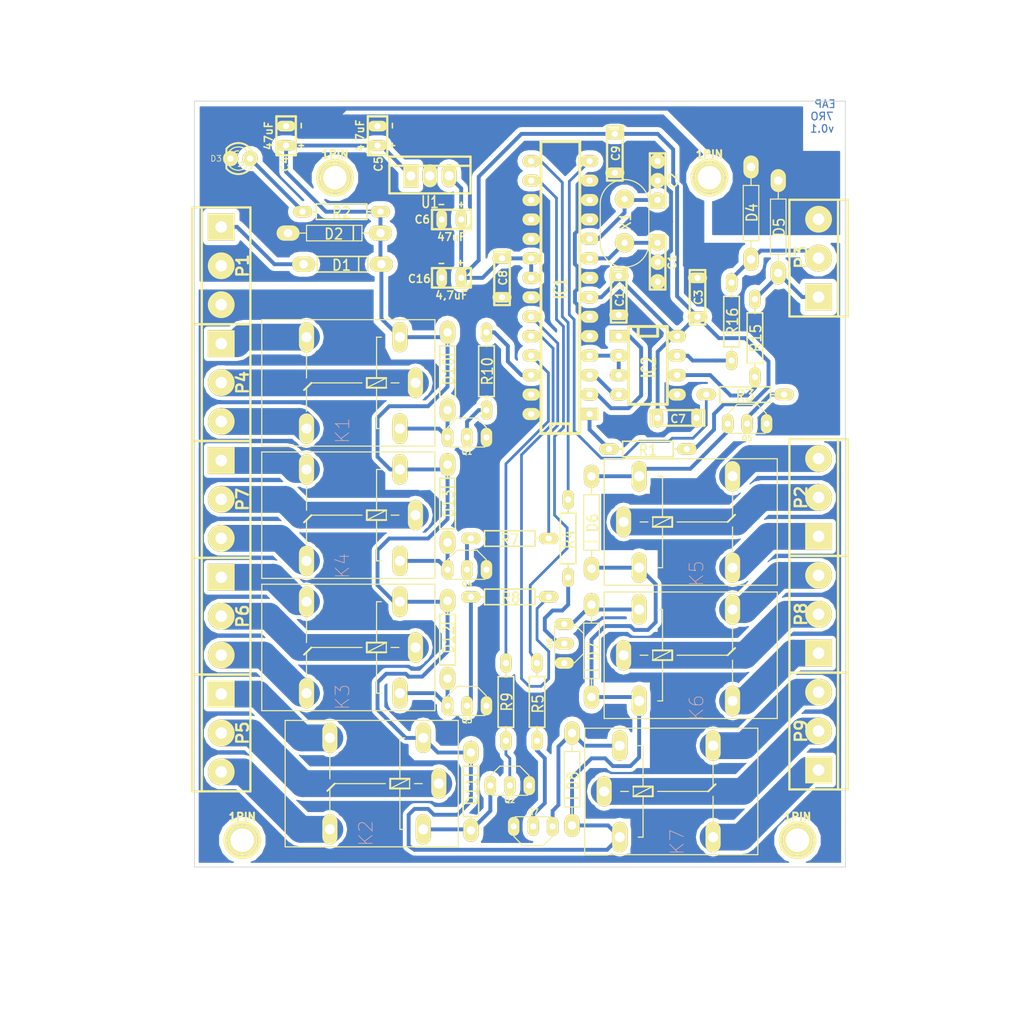
<source format=kicad_pcb>
(kicad_pcb (version 4) (host pcbnew 4.0.2-stable)
  (layers (0 Gorna jumper hide) (31 Dolna signal) (34 B.Paste user hide) (35 F.Paste user hide) (36 B.SilkS user hide) (37 F.SilkS user) (38 B.Mask user hide) (39 F.Mask user hide) (44 Edge.Cuts user))
  (net 0 "")
  (net 1 +5V)
  (net 2 A)
  (net 3 B)
  (net 4 DGND)
  (net 5 GND)
  (net 6 N-000001)
  (net 7 N-000002)
  (net 8 N-000003)
  (net 9 N-000004)
  (net 10 N-000005)
  (net 11 N-000006)
  (net 12 N-000007)
  (net 13 N-000009)
  (net 14 N-000010)
  (net 15 N-000011)
  (net 16 N-000012)
  (net 17 N-000013)
  (net 18 N-000014)
  (net 19 N-000015)
  (net 20 N-000017)
  (net 21 N-000018)
  (net 22 N-000019)
  (net 23 N-000020)
  (net 24 N-000021)
  (net 25 N-000022)
  (net 26 N-000023)
  (net 27 N-000024)
  (net 28 N-000025)
  (net 29 N-000026)
  (net 30 N-000027)
  (net 31 N-000028)
  (net 32 N-000031)
  (net 33 N-000032)
  (net 34 N-000033)
  (net 35 N-000034)
  (net 36 N-000035)
  (net 37 N-000036)
  (net 38 N-000037)
  (net 39 N-000038)
  (net 40 N-000039)
  (net 41 N-000040)
  (net 42 N-000041)
  (net 43 N-000043)
  (net 44 N-000044)
  (net 45 N-000045)
  (net 46 N-000047)
  (net 47 N-000048)
  (net 48 N-000049)
  (net 49 N-000050)
  (net 50 N-000051)
  (net 51 N-000052)
  (net 52 N-000053)
  (net 53 N-000054)
  (net 54 N-000055)
  (net 55 N-000056)
  (net 56 N-000057)
  (net 57 N-000058)
  (net 58 VCC)
  (module DIP-28__300_ELL (layer Gorna) (at 161.036 69.342 90)
    (fp_text reference IC1 (at -0.127 0 90) (layer F.SilkS) (effects (font (size 1.524 1.143) (thickness 0.3048))))
    (fp_text value ATMEGA8-P hide)
    (pad 2 thru_hole oval (at -13.97 3.81 90) (size 1.5748 2.286) (drill 0.8128) (layers *.Cu *.Mask F.SilkS) (net 24 N-000021))
    (pad 3 thru_hole oval (at -11.43 3.81 90) (size 1.5748 2.286) (drill 0.8128) (layers *.Cu *.Mask F.SilkS) (net 23 N-000020))
    (pad 4 thru_hole oval (at -8.89 3.81 90) (size 1.5748 2.286) (drill 0.8128) (layers *.Cu *.Mask F.SilkS) (net 22 N-000019))
    (pad 5 thru_hole oval (at -6.35 3.81 90) (size 1.5748 2.286) (drill 0.8128) (layers *.Cu *.Mask F.SilkS) (net 4 DGND))
    (pad 6 thru_hole oval (at -3.81 3.81 90) (size 1.5748 2.286) (drill 0.8128) (layers *.Cu *.Mask F.SilkS) (net 4 DGND))
    (pad 7 thru_hole oval (at -1.27 3.81 90) (size 1.5748 2.286) (drill 0.8128) (layers *.Cu *.Mask F.SilkS) (net 1 +5V))
    (pad 8 thru_hole oval (at 1.27 3.81 90) (size 1.5748 2.286) (drill 0.8128) (layers *.Cu *.Mask F.SilkS) (net 4 DGND))
    (pad 9 thru_hole oval (at 3.81 3.81 90) (size 1.5748 2.286) (drill 0.8128) (layers *.Cu *.Mask F.SilkS) (net 55 N-000056))
    (pad 10 thru_hole oval (at 6.35 3.81 90) (size 1.5748 2.286) (drill 0.8128) (layers *.Cu *.Mask F.SilkS) (net 54 N-000055))
    (pad 11 thru_hole oval (at 8.89 3.81 90) (size 1.5748 2.286) (drill 0.8128) (layers *.Cu *.Mask F.SilkS) (net 4 DGND))
    (pad 12 thru_hole oval (at 11.43 3.81 90) (size 1.5748 2.286) (drill 0.8128) (layers *.Cu *.Mask F.SilkS) (net 4 DGND))
    (pad 13 thru_hole oval (at 13.97 3.81 90) (size 1.5748 2.286) (drill 0.8128) (layers *.Cu *.Mask F.SilkS) (net 4 DGND))
    (pad 14 thru_hole oval (at 16.51 3.81 90) (size 1.5748 2.286) (drill 0.8128) (layers *.Cu *.Mask F.SilkS) (net 42 N-000041))
    (pad 1 thru_hole rect (at -16.51 3.81 90) (size 1.5748 2.286) (drill 0.8128) (layers *.Cu *.Mask F.SilkS) (net 56 N-000057))
    (pad 15 thru_hole oval (at 16.51 -3.81 90) (size 1.5748 2.286) (drill 0.8128) (layers *.Cu *.Mask F.SilkS) (net 41 N-000040))
    (pad 16 thru_hole oval (at 13.97 -3.81 90) (size 1.5748 2.286) (drill 0.8128) (layers *.Cu *.Mask F.SilkS) (net 40 N-000039))
    (pad 17 thru_hole oval (at 11.43 -3.81 90) (size 1.5748 2.286) (drill 0.8128) (layers *.Cu *.Mask F.SilkS) (net 4 DGND))
    (pad 18 thru_hole oval (at 8.89 -3.81 90) (size 1.5748 2.286) (drill 0.8128) (layers *.Cu *.Mask F.SilkS) (net 4 DGND))
    (pad 19 thru_hole oval (at 6.35 -3.81 90) (size 1.5748 2.286) (drill 0.8128) (layers *.Cu *.Mask F.SilkS) (net 4 DGND))
    (pad 20 thru_hole oval (at 3.81 -3.81 90) (size 1.5748 2.286) (drill 0.8128) (layers *.Cu *.Mask F.SilkS) (net 1 +5V))
    (pad 21 thru_hole oval (at 1.27 -3.81 90) (size 1.5748 2.286) (drill 0.8128) (layers *.Cu *.Mask F.SilkS) (net 1 +5V))
    (pad 22 thru_hole oval (at -1.27 -3.81 90) (size 1.5748 2.286) (drill 0.8128) (layers *.Cu *.Mask F.SilkS) (net 4 DGND))
    (pad 23 thru_hole oval (at -3.81 -3.81 90) (size 1.5748 2.286) (drill 0.8128) (layers *.Cu *.Mask F.SilkS) (net 53 N-000054))
    (pad 24 thru_hole oval (at -6.35 -3.81 90) (size 1.5748 2.286) (drill 0.8128) (layers *.Cu *.Mask F.SilkS) (net 52 N-000053))
    (pad 25 thru_hole oval (at -8.89 -3.81 90) (size 1.5748 2.286) (drill 0.8128) (layers *.Cu *.Mask F.SilkS) (net 51 N-000052))
    (pad 26 thru_hole oval (at -11.43 -3.81 90) (size 1.5748 2.286) (drill 0.8128) (layers *.Cu *.Mask F.SilkS) (net 50 N-000051))
    (pad 27 thru_hole oval (at -13.97 -3.81 90) (size 1.5748 2.286) (drill 0.8128) (layers *.Cu *.Mask F.SilkS) (net 4 DGND))
    (pad 28 thru_hole oval (at -16.51 -3.81 90) (size 1.5748 2.286) (drill 0.8128) (layers *.Cu *.Mask F.SilkS) (net 4 DGND))
  )
  (module R-12 (layer Gorna) (at 189.484 61.468 270)
    (fp_text reference D5 (at 0 -0.127 270) (layer F.SilkS) (effects (font (size 1.397 1.27) (thickness 0.2032))))
    (fp_text value "" hide)
    (pad 1 thru_hole oval (at -6.096 0 270) (size 3 2) (drill 1.1) (layers *.Cu *.Mask F.SilkS) (net 4 DGND))
    (pad 2 thru_hole oval (at 5.969 0 270) (size 3 2) (drill 1.1) (layers *.Cu *.Mask F.SilkS) (net 13 N-000009))
  )
  (module bornier3 (layer Gorna) (at 116.75 66.5 270)
    (fp_text reference P1 (at 0 -2.794 270) (layer F.SilkS) (effects (font (thickness 0.3048))))
    (fp_text value CONN_PWR hide)
    (pad 1 thru_hole rect (at -5.08 0 270) (size 3.5 3.5) (drill 1.5) (layers *.Cu *.Mask F.SilkS) (net 21 N-000018))
    (pad 2 thru_hole circle (at 0 0 270) (size 3.5 3.5) (drill 1.5) (layers *.Cu *.Mask F.SilkS) (net 4 DGND))
    (pad 3 thru_hole circle (at 5.08 0 270) (size 3.5 3.5) (drill 1.5) (layers *.Cu *.Mask F.SilkS) (net 5 GND))
  )
  (module Osc_Moj (layer Gorna) (at 169.418 60.96 90)
    (fp_text reference X1 (at 0.254 0.127 90) (layer F.SilkS) (effects (font (size 1.397 1.27) (thickness 0.2032))))
    (fp_text value CRYSTAL hide)
    (pad 1 thru_hole circle (at -2.54 0 90) (size 2.5 2.5) (drill 0.8128) (layers *.Cu *.Mask F.SilkS) (net 55 N-000056))
    (pad 2 thru_hole circle (at 3.175 0 90) (size 2.5 2.5) (drill 0.8128) (layers *.Cu *.Mask F.SilkS) (net 54 N-000055))
  )
  (module relay-G5LE (layer Gorna) (at 135.636 134.112 180)
    (fp_text reference K2 (at 0 -6.477 270) (layer B.SilkS) (effects (font (size 1.778 1.778) (thickness 0.0889))))
    (fp_text value "" hide)
    (pad 1 thru_hole oval (at -7.493 5.969 180) (size 1.9812 3.9624) (drill 1.3208) (layers *.Cu F.Paste F.SilkS F.Mask) (net 58 VCC))
    (pad 2 thru_hole oval (at -7.493 -5.969 180) (size 1.9812 3.9624) (drill 1.3208) (layers *.Cu F.Paste F.SilkS F.Mask) (net 25 N-000022))
    (pad O thru_hole oval (at 4.699 -5.969 180) (size 1.9812 3.9624) (drill 1.3208) (layers *.Cu F.Paste F.SilkS F.Mask) (net 19 N-000015))
    (pad P thru_hole oval (at -9.525 0 180) (size 1.9812 3.9624) (drill 1.3208) (layers *.Cu F.Paste F.SilkS F.Mask) (net 6 N-000001))
    (pad S thru_hole oval (at 4.699 5.969 180) (size 1.9812 3.9624) (drill 1.3208) (layers *.Cu F.Paste F.SilkS F.Mask) (net 10 N-000005))
  )
  (module relay-G5LE (layer Gorna) (at 132.588 116.332 180)
    (fp_text reference K3 (at 0 -6.477 270) (layer B.SilkS) (effects (font (size 1.778 1.778) (thickness 0.0889))))
    (fp_text value "" hide)
    (pad 1 thru_hole oval (at -7.493 5.969 180) (size 1.9812 3.9624) (drill 1.3208) (layers *.Cu F.Paste F.SilkS F.Mask) (net 58 VCC))
    (pad 2 thru_hole oval (at -7.493 -5.969 180) (size 1.9812 3.9624) (drill 1.3208) (layers *.Cu F.Paste F.SilkS F.Mask) (net 26 N-000023))
    (pad O thru_hole oval (at 4.699 -5.969 180) (size 1.9812 3.9624) (drill 1.3208) (layers *.Cu F.Paste F.SilkS F.Mask) (net 17 N-000013))
    (pad P thru_hole oval (at -9.525 0 180) (size 1.9812 3.9624) (drill 1.3208) (layers *.Cu F.Paste F.SilkS F.Mask) (net 18 N-000014))
    (pad S thru_hole oval (at 4.699 5.969 180) (size 1.9812 3.9624) (drill 1.3208) (layers *.Cu F.Paste F.SilkS F.Mask) (net 16 N-000012))
  )
  (module relay-G5LE (layer Gorna) (at 132.588 99.06 180)
    (fp_text reference K4 (at 0 -6.604 270) (layer B.SilkS) (effects (font (size 1.778 1.778) (thickness 0.0889))))
    (fp_text value "" hide)
    (pad 1 thru_hole oval (at -7.493 5.969 180) (size 1.9812 3.9624) (drill 1.3208) (layers *.Cu F.Paste F.SilkS F.Mask) (net 58 VCC))
    (pad 2 thru_hole oval (at -7.493 -5.969 180) (size 1.9812 3.9624) (drill 1.3208) (layers *.Cu F.Paste F.SilkS F.Mask) (net 27 N-000024))
    (pad O thru_hole oval (at 4.699 -5.969 180) (size 1.9812 3.9624) (drill 1.3208) (layers *.Cu F.Paste F.SilkS F.Mask) (net 15 N-000011))
    (pad P thru_hole oval (at -9.525 0 180) (size 1.9812 3.9624) (drill 1.3208) (layers *.Cu F.Paste F.SilkS F.Mask) (net 12 N-000007))
    (pad S thru_hole oval (at 4.699 5.969 180) (size 1.9812 3.9624) (drill 1.3208) (layers *.Cu F.Paste F.SilkS F.Mask) (net 14 N-000010))
  )
  (module relay-G5LE (layer Gorna) (at 132.588 81.788 180)
    (fp_text reference K1 (at 0 -6.223 270) (layer B.SilkS) (effects (font (size 1.778 1.778) (thickness 0.0889))))
    (fp_text value "" hide)
    (pad 1 thru_hole oval (at -7.493 5.969 180) (size 1.9812 3.9624) (drill 1.3208) (layers *.Cu F.Paste F.SilkS F.Mask) (net 58 VCC))
    (pad 2 thru_hole oval (at -7.493 -5.969 180) (size 1.9812 3.9624) (drill 1.3208) (layers *.Cu F.Paste F.SilkS F.Mask) (net 11 N-000006))
    (pad O thru_hole oval (at 4.699 -5.969 180) (size 1.9812 3.9624) (drill 1.3208) (layers *.Cu F.Paste F.SilkS F.Mask) (net 7 N-000002))
    (pad P thru_hole oval (at -9.525 0 180) (size 1.9812 3.9624) (drill 1.3208) (layers *.Cu F.Paste F.SilkS F.Mask) (net 9 N-000004))
    (pad S thru_hole oval (at 4.699 5.969 180) (size 1.9812 3.9624) (drill 1.3208) (layers *.Cu F.Paste F.SilkS F.Mask) (net 8 N-000003))
  )
  (module C-2_5 (layer Gorna) (at 146.812 60.452 180)
    (fp_text reference C6 (at 3.81 0 180) (layer F.SilkS) (effects (font (size 1.016 1.016) (thickness 0.2032))))
    (fp_text value 47uF (at 0 -2.286 180) (layer F.SilkS) (effects (font (size 1.016 1.016) (thickness 0.2032))))
    (pad 1 thru_hole oval (at -1.27 0 180) (size 1.397 2.5) (drill 0.8128) (layers *.Cu *.Mask F.SilkS) (net 1 +5V))
    (pad 2 thru_hole oval (at 1.27 0 180) (size 1.397 2.5) (drill 0.8128) (layers *.Cu *.Mask F.SilkS) (net 4 DGND))
  )
  (module C-2_5 (layer Gorna) (at 137.16 49.53 90)
    (fp_text reference C5 (at -3.683 0.127 90) (layer F.SilkS) (effects (font (size 1.016 1.016) (thickness 0.2032))))
    (fp_text value 4,7uF (at 0 -2.286 90) (layer F.SilkS) (effects (font (size 1.016 1.016) (thickness 0.2032))))
    (pad 1 thru_hole oval (at -1.27 0 90) (size 1.397 2.5) (drill 0.8128) (layers *.Cu *.Mask F.SilkS) (net 58 VCC))
    (pad 2 thru_hole oval (at 1.27 0 90) (size 1.397 2.5) (drill 0.8128) (layers *.Cu *.Mask F.SilkS) (net 4 DGND))
  )
  (module R-10 (layer Gorna) (at 132.461 59.436 180)
    (fp_text reference R2 (at 0 -0.127 180) (layer F.SilkS) (effects (font (size 1.397 1.27) (thickness 0.2032))))
    (fp_text value 3k hide)
    (pad 1 thru_hole oval (at -5.08 0 180) (size 2.5 1.5) (drill 0.8128) (layers *.Cu *.Mask F.SilkS) (net 58 VCC))
    (pad 2 thru_hole oval (at 5.08 0 180) (size 2.5 1.5) (drill 0.8128) (layers *.Cu *.Mask F.SilkS) (net 20 N-000017))
  )
  (module R-10 (layer Gorna) (at 172.466 90.424 180)
    (fp_text reference R1 (at 0 -0.127 180) (layer F.SilkS) (effects (font (size 1.397 1.27) (thickness 0.2032))))
    (fp_text value 4.7k hide)
    (pad 1 thru_hole oval (at -5.08 0 180) (size 2.5 1.5) (drill 0.8128) (layers *.Cu *.Mask F.SilkS) (net 1 +5V))
    (pad 2 thru_hole oval (at 5.08 0 180) (size 2.5 1.5) (drill 0.8128) (layers *.Cu *.Mask F.SilkS) (net 56 N-000057))
  )
  (module R-10 (layer Gorna) (at 151.384 80.264 90)
    (fp_text reference R10 (at 0 0.127 90) (layer F.SilkS) (effects (font (size 1.397 1.27) (thickness 0.2032))))
    (fp_text value 450 hide)
    (pad 1 thru_hole oval (at -5.08 0 90) (size 2.5 1.5) (drill 0.8128) (layers *.Cu *.Mask F.SilkS) (net 46 N-000047))
    (pad 2 thru_hole oval (at 5.08 0 90) (size 2.5 1.5) (drill 0.8128) (layers *.Cu *.Mask F.SilkS) (net 50 N-000051))
  )
  (module R-10 (layer Gorna) (at 153.924 123.444 90)
    (fp_text reference R9 (at 0 0.127 90) (layer F.SilkS) (effects (font (size 1.397 1.27) (thickness 0.2032))))
    (fp_text value 450 hide)
    (pad 1 thru_hole oval (at -5.08 0 90) (size 2.5 1.5) (drill 0.8128) (layers *.Cu *.Mask F.SilkS) (net 48 N-000049))
    (pad 2 thru_hole oval (at 5.08 0 90) (size 2.5 1.5) (drill 0.8128) (layers *.Cu *.Mask F.SilkS) (net 51 N-000052))
  )
  (module R-10 (layer Gorna) (at 154.432 102.108)
    (fp_text reference R7 (at 0 0.127) (layer F.SilkS) (effects (font (size 1.397 1.27) (thickness 0.2032))))
    (fp_text value 450 hide)
    (pad 1 thru_hole oval (at -5.08 0) (size 2.5 1.5) (drill 0.8128) (layers *.Cu *.Mask F.SilkS) (net 49 N-000050))
    (pad 2 thru_hole oval (at 5.08 0) (size 2.5 1.5) (drill 0.8128) (layers *.Cu *.Mask F.SilkS) (net 53 N-000054))
  )
  (module R-10 (layer Gorna) (at 154.432 109.728)
    (fp_text reference R8 (at 0.127 0.127) (layer F.SilkS) (effects (font (size 1.397 1.27) (thickness 0.2032))))
    (fp_text value 450 hide)
    (pad 1 thru_hole oval (at -5.08 0) (size 2.5 1.5) (drill 0.8128) (layers *.Cu *.Mask F.SilkS) (net 47 N-000048))
    (pad 2 thru_hole oval (at 5.08 0) (size 2.5 1.5) (drill 0.8128) (layers *.Cu *.Mask F.SilkS) (net 52 N-000053))
  )
  (module DIP-8__300_ELL (layer Gorna) (at 172.466 79.502 270)
    (fp_text reference IC2 (at 0.254 -0.127 270) (layer F.SilkS) (effects (font (size 1.778 1.143) (thickness 0.28575))))
    (fp_text value "" hide)
    (pad 1 thru_hole rect (at -3.81 3.81 270) (size 1.5748 2.286) (drill 0.8128) (layers *.Cu *.Mask F.SilkS) (net 24 N-000021))
    (pad 2 thru_hole oval (at -1.27 3.81 270) (size 1.5748 2.286) (drill 0.8128) (layers *.Cu *.Mask F.SilkS) (net 22 N-000019))
    (pad 3 thru_hole oval (at 1.27 3.81 270) (size 1.5748 2.286) (drill 0.8128) (layers *.Cu *.Mask F.SilkS) (net 22 N-000019))
    (pad 4 thru_hole oval (at 3.81 3.81 270) (size 1.5748 2.286) (drill 0.8128) (layers *.Cu *.Mask F.SilkS) (net 23 N-000020))
    (pad 5 thru_hole oval (at 3.81 -3.81 270) (size 1.5748 2.286) (drill 0.8128) (layers *.Cu *.Mask F.SilkS) (net 4 DGND))
    (pad 6 thru_hole oval (at 1.27 -3.81 270) (size 1.5748 2.286) (drill 0.8128) (layers *.Cu *.Mask F.SilkS) (net 2 A))
    (pad 7 thru_hole oval (at -1.27 -3.81 270) (size 1.5748 2.286) (drill 0.8128) (layers *.Cu *.Mask F.SilkS) (net 3 B))
    (pad 8 thru_hole oval (at -3.81 -3.81 270) (size 1.5748 2.286) (drill 0.8128) (layers *.Cu *.Mask F.SilkS) (net 1 +5V))
  )
  (module R-10 (layer Gorna) (at 146.304 80.264 90)
    (fp_text reference D10 (at 0 0.127 90) (layer F.SilkS) (effects (font (size 1.397 1.27) (thickness 0.2032))))
    (fp_text value DIODE hide)
    (pad 1 thru_hole oval (at -5.08 0 90) (size 3 2) (drill 1.1) (layers *.Cu *.Mask F.SilkS) (net 11 N-000006))
    (pad 2 thru_hole oval (at 5.08 0 90) (size 3 2) (drill 1.1) (layers *.Cu *.Mask F.SilkS) (net 58 VCC))
  )
  (module C-5 (layer Gorna) (at 178.943 70.612 90)
    (fp_text reference C3 (at 0 0.127 90) (layer F.SilkS) (effects (font (size 1.016 1.016) (thickness 0.2032))))
    (fp_text value 100nF hide)
    (pad 1 thru_hole oval (at -2.54 0 90) (size 1.397 2.5) (drill 0.8128) (layers *.Cu *.Mask F.SilkS) (net 1 +5V))
    (pad 2 thru_hole oval (at 2.54 0 90) (size 1.397 2.5) (drill 0.8128) (layers *.Cu *.Mask F.SilkS) (net 4 DGND))
  )
  (module C-5 (layer Gorna) (at 176.276 86.36)
    (fp_text reference C7 (at 0.127 0.127) (layer F.SilkS) (effects (font (size 1.016 1.016) (thickness 0.2032))))
    (fp_text value 100nF hide)
    (pad 1 thru_hole oval (at -2.54 0) (size 1.397 2.5) (drill 0.8128) (layers *.Cu *.Mask F.SilkS) (net 1 +5V))
    (pad 2 thru_hole oval (at 2.54 0) (size 1.397 2.5) (drill 0.8128) (layers *.Cu *.Mask F.SilkS) (net 4 DGND))
  )
  (module C-5 (layer Gorna) (at 153.416 68.072 270)
    (fp_text reference C8 (at 0 -0.127 270) (layer F.SilkS) (effects (font (size 1.016 1.016) (thickness 0.2032))))
    (fp_text value 100nF hide)
    (pad 1 thru_hole oval (at -2.54 0 270) (size 1.397 2.5) (drill 0.8128) (layers *.Cu *.Mask F.SilkS) (net 1 +5V))
    (pad 2 thru_hole oval (at 2.54 0 270) (size 1.397 2.5) (drill 0.8128) (layers *.Cu *.Mask F.SilkS) (net 4 DGND))
  )
  (module C-5 (layer Gorna) (at 168.148 51.816 270)
    (fp_text reference C9 (at 0 -0.127 270) (layer F.SilkS) (effects (font (size 1.016 1.016) (thickness 0.2032))))
    (fp_text value 100nF hide)
    (pad 1 thru_hole oval (at -2.54 0 270) (size 1.397 2.5) (drill 0.8128) (layers *.Cu *.Mask F.SilkS) (net 1 +5V))
    (pad 2 thru_hole oval (at 2.54 0 270) (size 1.397 2.5) (drill 0.8128) (layers *.Cu *.Mask F.SilkS) (net 4 DGND))
  )
  (module R-10 (layer Gorna) (at 186.436 75.946 270)
    (fp_text reference R15 (at 0 -0.127 270) (layer F.SilkS) (effects (font (size 1.397 1.27) (thickness 0.2032))))
    (fp_text value "" hide)
    (pad 1 thru_hole oval (at -5.08 0 270) (size 2.5 1.5) (drill 0.8128) (layers *.Cu *.Mask F.SilkS) (net 13 N-000009))
    (pad 2 thru_hole oval (at 5.08 0 270) (size 2.5 1.5) (drill 0.8128) (layers *.Cu *.Mask F.SilkS) (net 2 A))
  )
  (module R-10 (layer Gorna) (at 183.388 73.787 270)
    (fp_text reference R16 (at 0 -0.127 270) (layer F.SilkS) (effects (font (size 1.397 1.27) (thickness 0.2032))))
    (fp_text value "" hide)
    (pad 1 thru_hole oval (at -5.08 0 270) (size 2.5 1.5) (drill 0.8128) (layers *.Cu *.Mask F.SilkS) (net 57 N-000058))
    (pad 2 thru_hole oval (at 5.08 0 270) (size 2.5 1.5) (drill 0.8128) (layers *.Cu *.Mask F.SilkS) (net 3 B))
  )
  (module C-2_5 (layer Gorna) (at 125.222 49.53 90)
    (fp_text reference C4 (at -3.683 -0.127 90) (layer F.SilkS) (effects (font (size 1.016 1.016) (thickness 0.2032))))
    (fp_text value 47uF (at 0 -2.286 90) (layer F.SilkS) (effects (font (size 1.016 1.016) (thickness 0.2032))))
    (pad 1 thru_hole oval (at -1.27 0 90) (size 1.397 2.5) (drill 0.8128) (layers *.Cu *.Mask F.SilkS) (net 58 VCC))
    (pad 2 thru_hole oval (at 1.27 0 90) (size 1.397 2.5) (drill 0.8128) (layers *.Cu *.Mask F.SilkS) (net 4 DGND))
  )
  (module C-5 (layer Gorna) (at 168.656 70.358 270)
    (fp_text reference C12 (at 0 -0.127 270) (layer F.SilkS) (effects (font (size 1.016 1.016) (thickness 0.2032))))
    (fp_text value 100nF hide)
    (pad 1 thru_hole oval (at -2.54 0 270) (size 1.397 2.5) (drill 0.8128) (layers *.Cu *.Mask F.SilkS) (net 1 +5V))
    (pad 2 thru_hole oval (at 2.54 0 270) (size 1.397 2.5) (drill 0.8128) (layers *.Cu *.Mask F.SilkS) (net 4 DGND))
  )
  (module R-12 (layer Gorna) (at 131.572 62.23)
    (fp_text reference D2 (at -0.127 0.127) (layer F.SilkS) (effects (font (size 1.397 1.27) (thickness 0.2032))))
    (fp_text value "" hide)
    (pad 1 thru_hole oval (at -6.096 0) (size 3 2) (drill 1.1) (layers *.Cu *.Mask F.SilkS) (net 4 DGND))
    (pad 2 thru_hole oval (at 5.969 0) (size 3 2) (drill 1.1) (layers *.Cu *.Mask F.SilkS) (net 58 VCC))
  )
  (module TO92_Moj (layer Gorna) (at 154.432 134.366 180)
    (fp_text reference Q2 (at 0 -1.905 180) (layer F.SilkS) (effects (font (size 0.7 0.7))))
    (fp_text value BC337 hide)
    (pad C thru_hole oval (at 2.54 0 180) (size 1.5 2.5) (drill 0.8) (layers *.Cu *.Mask F.SilkS) (net 25 N-000022))
    (pad B thru_hole oval (at 0 0 180) (size 1.5 2.5) (drill 0.8) (layers *.Cu *.Mask F.SilkS) (net 48 N-000049))
    (pad E thru_hole oval (at -2.54 0 180) (size 1.5 2.5) (drill 0.8) (layers *.Cu *.Mask F.SilkS) (net 4 DGND))
  )
  (module TO92_Moj (layer Gorna) (at 148.844 88.9 180)
    (fp_text reference Q1 (at 0 -1.905 180) (layer F.SilkS) (effects (font (size 0.7 0.7))))
    (fp_text value BC337 hide)
    (pad C thru_hole oval (at 2.54 0 180) (size 1.5 2.5) (drill 0.8) (layers *.Cu *.Mask F.SilkS) (net 11 N-000006))
    (pad B thru_hole oval (at 0 0 180) (size 1.5 2.5) (drill 0.8) (layers *.Cu *.Mask F.SilkS) (net 46 N-000047))
    (pad E thru_hole oval (at -2.54 0 180) (size 1.5 2.5) (drill 0.8) (layers *.Cu *.Mask F.SilkS) (net 4 DGND))
  )
  (module TO92_Moj (layer Gorna) (at 148.844 123.952 180)
    (fp_text reference Q3 (at 0 -1.905 180) (layer F.SilkS) (effects (font (size 0.7 0.7))))
    (fp_text value BC337 hide)
    (pad C thru_hole oval (at 2.54 0 180) (size 1.5 2.5) (drill 0.8) (layers *.Cu *.Mask F.SilkS) (net 26 N-000023))
    (pad B thru_hole oval (at 0 0 180) (size 1.5 2.5) (drill 0.8) (layers *.Cu *.Mask F.SilkS) (net 47 N-000048))
    (pad E thru_hole oval (at -2.54 0 180) (size 1.5 2.5) (drill 0.8) (layers *.Cu *.Mask F.SilkS) (net 4 DGND))
  )
  (module TO92_Moj (layer Gorna) (at 148.844 106.172 180)
    (fp_text reference Q4 (at 0 -1.905 180) (layer F.SilkS) (effects (font (size 0.7 0.7))))
    (fp_text value BC337 hide)
    (pad C thru_hole oval (at 2.54 0 180) (size 1.5 2.5) (drill 0.8) (layers *.Cu *.Mask F.SilkS) (net 27 N-000024))
    (pad B thru_hole oval (at 0 0 180) (size 1.5 2.5) (drill 0.8) (layers *.Cu *.Mask F.SilkS) (net 49 N-000050))
    (pad E thru_hole oval (at -2.54 0 180) (size 1.5 2.5) (drill 0.8) (layers *.Cu *.Mask F.SilkS) (net 4 DGND))
  )
  (module 7805 (layer Gorna) (at 144 54.75)
    (fp_text reference U1 (at 0 3.429) (layer F.SilkS) (effects (font (size 1.524 1.143) (thickness 0.2032))))
    (fp_text value "" hide)
    (pad VI thru_hole rect (at -2.49682 0) (size 1.95 3) (drill 1.20142) (layers *.Cu *.Mask F.SilkS) (net 58 VCC))
    (pad GND thru_hole oval (at 0 0) (size 1.95 3) (drill 1.20142) (layers *.Cu *.Mask F.SilkS) (net 4 DGND))
    (pad VO thru_hole oval (at 2.5019 0) (size 1.95 3) (drill 1.20142) (layers *.Cu *.Mask F.SilkS) (net 1 +5V))
  )
  (module bornier3 (layer Gorna) (at 194.75 65.5 90)
    (fp_text reference P3 (at 0.127 -2.286 90) (layer F.SilkS) (effects (font (thickness 0.3048))))
    (fp_text value "" hide)
    (pad 1 thru_hole rect (at -5.08 0 90) (size 3.5 3.5) (drill 1.5) (layers *.Cu *.Mask F.SilkS) (net 13 N-000009))
    (pad 2 thru_hole circle (at 0 0 90) (size 3.5 3.5) (drill 1.5) (layers *.Cu *.Mask F.SilkS) (net 57 N-000058))
    (pad 3 thru_hole circle (at 5.08 0 90) (size 3.5 3.5) (drill 1.5) (layers *.Cu *.Mask F.SilkS) (net 4 DGND))
  )
  (module bornier3 (layer Gorna) (at 116.75 81.75 270)
    (fp_text reference P4 (at 0 -2.794 270) (layer F.SilkS) (effects (font (thickness 0.3048))))
    (fp_text value "" hide)
    (pad 1 thru_hole rect (at -5.08 0 270) (size 3.5 3.5) (drill 1.5) (layers *.Cu *.Mask F.SilkS) (net 8 N-000003))
    (pad 2 thru_hole circle (at 0 0 270) (size 3.5 3.5) (drill 1.5) (layers *.Cu *.Mask F.SilkS) (net 9 N-000004))
    (pad 3 thru_hole circle (at 5.08 0 270) (size 3.5 3.5) (drill 1.5) (layers *.Cu *.Mask F.SilkS) (net 7 N-000002))
  )
  (module bornier3 (layer Gorna) (at 116.75 127.5 270)
    (fp_text reference P5 (at 0 -2.794 270) (layer F.SilkS) (effects (font (thickness 0.3048))))
    (fp_text value "" hide)
    (pad 1 thru_hole rect (at -5.08 0 270) (size 3.5 3.5) (drill 1.5) (layers *.Cu *.Mask F.SilkS) (net 10 N-000005))
    (pad 2 thru_hole circle (at 0 0 270) (size 3.5 3.5) (drill 1.5) (layers *.Cu *.Mask F.SilkS) (net 6 N-000001))
    (pad 3 thru_hole circle (at 5.08 0 270) (size 3.5 3.5) (drill 1.5) (layers *.Cu *.Mask F.SilkS) (net 19 N-000015))
  )
  (module bornier3 (layer Gorna) (at 116.75 112.25 270)
    (fp_text reference P6 (at 0 -2.794 270) (layer F.SilkS) (effects (font (thickness 0.3048))))
    (fp_text value "" hide)
    (pad 1 thru_hole rect (at -5.08 0 270) (size 3.5 3.5) (drill 1.5) (layers *.Cu *.Mask F.SilkS) (net 16 N-000012))
    (pad 2 thru_hole circle (at 0 0 270) (size 3.5 3.5) (drill 1.5) (layers *.Cu *.Mask F.SilkS) (net 18 N-000014))
    (pad 3 thru_hole circle (at 5.08 0 270) (size 3.5 3.5) (drill 1.5) (layers *.Cu *.Mask F.SilkS) (net 17 N-000013))
  )
  (module bornier3 (layer Gorna) (at 116.75 97 270)
    (fp_text reference P7 (at 0 -2.794 270) (layer F.SilkS) (effects (font (thickness 0.3048))))
    (fp_text value "" hide)
    (pad 1 thru_hole rect (at -5.08 0 270) (size 3.5 3.5) (drill 1.5) (layers *.Cu *.Mask F.SilkS) (net 14 N-000010))
    (pad 2 thru_hole circle (at 0 0 270) (size 3.5 3.5) (drill 1.5) (layers *.Cu *.Mask F.SilkS) (net 12 N-000007))
    (pad 3 thru_hole circle (at 5.08 0 270) (size 3.5 3.5) (drill 1.5) (layers *.Cu *.Mask F.SilkS) (net 15 N-000011))
  )
  (module C1-1 (layer Gorna) (at 173.736 55.372 90)
    (fp_text reference C2 (at 0 2.032 90) (layer F.SilkS) (effects (font (size 1.016 1.016) (thickness 0.2032))))
    (fp_text value C hide)
    (pad 1 thru_hole circle (at -2.54 0 90) (size 2 2) (drill 0.8128) (layers *.Cu *.Mask F.SilkS) (net 54 N-000055))
    (pad 2 thru_hole circle (at 2.54 0 90) (size 2 2) (drill 0.8128) (layers *.Cu *.Mask F.SilkS) (net 4 DGND))
    (pad 2 thru_hole circle (at 0 0 90) (size 2 2) (drill 0.8128) (layers *.Cu *.Mask F.SilkS) (net 4 DGND))
  )
  (module C1-1 (layer Gorna) (at 173.736 66.04 270)
    (fp_text reference C1 (at 0 -1.905 270) (layer F.SilkS) (effects (font (size 1.016 1.016) (thickness 0.2032))))
    (fp_text value C hide)
    (pad 1 thru_hole circle (at -2.54 0 270) (size 2 2) (drill 0.8128) (layers *.Cu *.Mask F.SilkS) (net 55 N-000056))
    (pad 2 thru_hole circle (at 2.54 0 270) (size 2 2) (drill 0.8128) (layers *.Cu *.Mask F.SilkS) (net 4 DGND))
    (pad 2 thru_hole circle (at 0 0 270) (size 2 2) (drill 0.8128) (layers *.Cu *.Mask F.SilkS) (net 4 DGND))
  )
  (module R-12 (layer Gorna) (at 185.928 59.69 270)
    (fp_text reference D4 (at -0.127 -0.127 270) (layer F.SilkS) (effects (font (size 1.397 1.27) (thickness 0.2032))))
    (fp_text value "" hide)
    (pad 1 thru_hole oval (at -6.096 0 270) (size 3 2) (drill 1.1) (layers *.Cu *.Mask F.SilkS) (net 4 DGND))
    (pad 2 thru_hole oval (at 5.969 0 270) (size 3 2) (drill 1.1) (layers *.Cu *.Mask F.SilkS) (net 57 N-000058))
  )
  (module R-10 (layer Gorna) (at 149.352 135.128 90)
    (fp_text reference D11 (at 0 0.127 90) (layer F.SilkS) (effects (font (size 1.397 1.27) (thickness 0.2032))))
    (fp_text value DIODE hide)
    (pad 1 thru_hole oval (at -5.08 0 90) (size 3 2) (drill 1.1) (layers *.Cu *.Mask F.SilkS) (net 25 N-000022))
    (pad 2 thru_hole oval (at 5.08 0 90) (size 3 2) (drill 1.1) (layers *.Cu *.Mask F.SilkS) (net 58 VCC))
  )
  (module R-10 (layer Gorna) (at 132.588 66.294)
    (fp_text reference D1 (at -0.127 0.127) (layer F.SilkS) (effects (font (size 1.397 1.27) (thickness 0.2032))))
    (fp_text value "" hide)
    (pad 1 thru_hole oval (at -5.08 0) (size 3 2) (drill 1.1) (layers *.Cu *.Mask F.SilkS) (net 21 N-000018))
    (pad 2 thru_hole oval (at 5.08 0) (size 3 2) (drill 1.1) (layers *.Cu *.Mask F.SilkS) (net 58 VCC))
  )
  (module LED-3MM (layer Gorna) (at 119.25 52.5 180)
    (fp_text reference D3 (at 3.175 0 180) (layer F.SilkS) (effects (font (size 0.762 0.762) (thickness 0.0889))))
    (fp_text value LED hide)
    (pad 1 thru_hole circle (at -1.27 0 180) (size 2 2) (drill 0.8128) (layers *.Cu *.Mask F.SilkS) (net 20 N-000017))
    (pad 2 thru_hole circle (at 1.27 0 180) (size 2 2) (drill 0.8128) (layers *.Cu *.Mask F.SilkS) (net 4 DGND))
  )
  (module R-10 (layer Gorna) (at 146.304 115.316 90)
    (fp_text reference D12 (at 0 0.127 90) (layer F.SilkS) (effects (font (size 1.397 1.27) (thickness 0.2032))))
    (fp_text value DIODE hide)
    (pad 1 thru_hole oval (at -5.08 0 90) (size 3 2) (drill 1.1) (layers *.Cu *.Mask F.SilkS) (net 26 N-000023))
    (pad 2 thru_hole oval (at 5.08 0 90) (size 3 2) (drill 1.1) (layers *.Cu *.Mask F.SilkS) (net 58 VCC))
  )
  (module R-10 (layer Gorna) (at 146.304 97.536 90)
    (fp_text reference D13 (at 0 0.127 90) (layer F.SilkS) (effects (font (size 1.397 1.27) (thickness 0.2032))))
    (fp_text value DIODE hide)
    (pad 1 thru_hole oval (at -5.08 0 90) (size 3 2) (drill 1.1) (layers *.Cu *.Mask F.SilkS) (net 27 N-000024))
    (pad 2 thru_hole oval (at 5.08 0 90) (size 3 2) (drill 1.1) (layers *.Cu *.Mask F.SilkS) (net 58 VCC))
  )
  (module C-2_5 (layer Gorna) (at 146.812 68.072 180)
    (fp_text reference C16 (at 4.191 -0.127 180) (layer F.SilkS) (effects (font (size 1.016 1.016) (thickness 0.2032))))
    (fp_text value 4,7uF (at 0 -2.286 180) (layer F.SilkS) (effects (font (size 1.016 1.016) (thickness 0.2032))))
    (pad 1 thru_hole oval (at -1.27 0 180) (size 1.397 2.5) (drill 0.8128) (layers *.Cu *.Mask F.SilkS) (net 1 +5V))
    (pad 2 thru_hole oval (at 1.27 0 180) (size 1.397 2.5) (drill 0.8128) (layers *.Cu *.Mask F.SilkS) (net 4 DGND))
  )
  (module TO92_Moj (layer Gorna) (at 185.42 87.122 180)
    (fp_text reference Q5 (at 0 -1.905 180) (layer F.SilkS) (effects (font (size 0.7 0.7))))
    (fp_text value BC337 hide)
    (pad C thru_hole oval (at 2.54 0 180) (size 1.5 2.5) (drill 0.8) (layers *.Cu *.Mask F.SilkS) (net 45 N-000045))
    (pad B thru_hole oval (at 0 0 180) (size 1.5 2.5) (drill 0.8) (layers *.Cu *.Mask F.SilkS) (net 29 N-000026))
    (pad E thru_hole oval (at -2.54 0 180) (size 1.5 2.5) (drill 0.8) (layers *.Cu *.Mask F.SilkS) (net 4 DGND))
  )
  (module TO92_Moj (layer Gorna) (at 161.544 115.824 90)
    (fp_text reference Q6 (at 0 -1.905 90) (layer F.SilkS) (effects (font (size 0.7 0.7))))
    (fp_text value BC337 hide)
    (pad C thru_hole oval (at 2.54 0 90) (size 1.5 2.5) (drill 0.8) (layers *.Cu *.Mask F.SilkS) (net 44 N-000044))
    (pad B thru_hole oval (at 0 0 90) (size 1.5 2.5) (drill 0.8) (layers *.Cu *.Mask F.SilkS) (net 31 N-000028))
    (pad E thru_hole oval (at -2.54 0 90) (size 1.5 2.5) (drill 0.8) (layers *.Cu *.Mask F.SilkS) (net 4 DGND))
  )
  (module TO92_Moj (layer Gorna) (at 157.48 139.7)
    (fp_text reference Q7 (at 0 -1.905) (layer F.SilkS) (effects (font (size 0.7 0.7))))
    (fp_text value BC337 hide)
    (pad C thru_hole oval (at 2.54 0) (size 1.5 2.5) (drill 0.8) (layers *.Cu *.Mask F.SilkS) (net 43 N-000043))
    (pad B thru_hole oval (at 0 0) (size 1.5 2.5) (drill 0.8) (layers *.Cu *.Mask F.SilkS) (net 30 N-000027))
    (pad E thru_hole oval (at -2.54 0) (size 1.5 2.5) (drill 0.8) (layers *.Cu *.Mask F.SilkS) (net 4 DGND))
  )
  (module relay-G5LE (layer Gorna) (at 178.816 99.949)
    (fp_text reference K5 (at 0 6.731 90) (layer B.SilkS) (effects (font (size 1.778 1.778) (thickness 0.0889))))
    (fp_text value "" hide)
    (pad 1 thru_hole oval (at -7.493 5.969) (size 1.9812 3.9624) (drill 1.3208) (layers *.Cu F.Paste F.SilkS F.Mask) (net 58 VCC))
    (pad 2 thru_hole oval (at -7.493 -5.969) (size 1.9812 3.9624) (drill 1.3208) (layers *.Cu F.Paste F.SilkS F.Mask) (net 45 N-000045))
    (pad O thru_hole oval (at 4.699 -5.969) (size 1.9812 3.9624) (drill 1.3208) (layers *.Cu F.Paste F.SilkS F.Mask) (net 36 N-000035))
    (pad P thru_hole oval (at -9.525 0) (size 1.9812 3.9624) (drill 1.3208) (layers *.Cu F.Paste F.SilkS F.Mask) (net 39 N-000038))
    (pad S thru_hole oval (at 4.699 5.969) (size 1.9812 3.9624) (drill 1.3208) (layers *.Cu F.Paste F.SilkS F.Mask) (net 37 N-000036))
  )
  (module relay-G5LE (layer Gorna) (at 178.816 117.348)
    (fp_text reference K6 (at 0 6.858 90) (layer B.SilkS) (effects (font (size 1.778 1.778) (thickness 0.0889))))
    (fp_text value "" hide)
    (pad 1 thru_hole oval (at -7.493 5.969) (size 1.9812 3.9624) (drill 1.3208) (layers *.Cu F.Paste F.SilkS F.Mask) (net 58 VCC))
    (pad 2 thru_hole oval (at -7.493 -5.969) (size 1.9812 3.9624) (drill 1.3208) (layers *.Cu F.Paste F.SilkS F.Mask) (net 44 N-000044))
    (pad O thru_hole oval (at 4.699 -5.969) (size 1.9812 3.9624) (drill 1.3208) (layers *.Cu F.Paste F.SilkS F.Mask) (net 35 N-000034))
    (pad P thru_hole oval (at -9.525 0) (size 1.9812 3.9624) (drill 1.3208) (layers *.Cu F.Paste F.SilkS F.Mask) (net 38 N-000037))
    (pad S thru_hole oval (at 4.699 5.969) (size 1.9812 3.9624) (drill 1.3208) (layers *.Cu F.Paste F.SilkS F.Mask) (net 32 N-000031))
  )
  (module relay-G5LE (layer Gorna) (at 176.276 135.128)
    (fp_text reference K7 (at 0 6.604 90) (layer B.SilkS) (effects (font (size 1.778 1.778) (thickness 0.0889))))
    (fp_text value "" hide)
    (pad 1 thru_hole oval (at -7.493 5.969) (size 1.9812 3.9624) (drill 1.3208) (layers *.Cu F.Paste F.SilkS F.Mask) (net 58 VCC))
    (pad 2 thru_hole oval (at -7.493 -5.969) (size 1.9812 3.9624) (drill 1.3208) (layers *.Cu F.Paste F.SilkS F.Mask) (net 43 N-000043))
    (pad O thru_hole oval (at 4.699 -5.969) (size 1.9812 3.9624) (drill 1.3208) (layers *.Cu F.Paste F.SilkS F.Mask) (net 34 N-000033))
    (pad P thru_hole oval (at -9.525 0) (size 1.9812 3.9624) (drill 1.3208) (layers *.Cu F.Paste F.SilkS F.Mask) (net 28 N-000025))
    (pad S thru_hole oval (at 4.699 5.969) (size 1.9812 3.9624) (drill 1.3208) (layers *.Cu F.Paste F.SilkS F.Mask) (net 33 N-000032))
  )
  (module bornier3 (layer Gorna) (at 194.75 112 90)
    (fp_text reference P8 (at 0 -2.286 90) (layer F.SilkS) (effects (font (thickness 0.3048))))
    (fp_text value "" hide)
    (pad 1 thru_hole rect (at -5.08 0 90) (size 3.5 3.5) (drill 1.5) (layers *.Cu *.Mask F.SilkS) (net 32 N-000031))
    (pad 2 thru_hole circle (at 0 0 90) (size 3.5 3.5) (drill 1.5) (layers *.Cu *.Mask F.SilkS) (net 38 N-000037))
    (pad 3 thru_hole circle (at 5.08 0 90) (size 3.5 3.5) (drill 1.5) (layers *.Cu *.Mask F.SilkS) (net 35 N-000034))
  )
  (module bornier3 (layer Gorna) (at 194.75 127.25 90)
    (fp_text reference P9 (at 0 -2.286 90) (layer F.SilkS) (effects (font (thickness 0.3048))))
    (fp_text value "" hide)
    (pad 1 thru_hole rect (at -5.08 0 90) (size 3.5 3.5) (drill 1.5) (layers *.Cu *.Mask F.SilkS) (net 33 N-000032))
    (pad 2 thru_hole circle (at 0 0 90) (size 3.5 3.5) (drill 1.5) (layers *.Cu *.Mask F.SilkS) (net 28 N-000025))
    (pad 3 thru_hole circle (at 5.08 0 90) (size 3.5 3.5) (drill 1.5) (layers *.Cu *.Mask F.SilkS) (net 34 N-000033))
  )
  (module R-12 (layer Gorna) (at 165.1 100.076 270)
    (fp_text reference D6 (at 0 -0.127 270) (layer F.SilkS) (effects (font (size 1.397 1.27) (thickness 0.2032))))
    (fp_text value "" hide)
    (pad 1 thru_hole oval (at -6.096 0 270) (size 3 2) (drill 1.1) (layers *.Cu *.Mask F.SilkS) (net 45 N-000045))
    (pad 2 thru_hole oval (at 5.969 0 270) (size 3 2) (drill 1.1) (layers *.Cu *.Mask F.SilkS) (net 58 VCC))
  )
  (module R-12 (layer Gorna) (at 165.1 116.84 270)
    (fp_text reference D7 (at 0 -0.254 270) (layer F.SilkS) (effects (font (size 1.397 1.27) (thickness 0.2032))))
    (fp_text value "" hide)
    (pad 1 thru_hole oval (at -6.096 0 270) (size 3 2) (drill 1.1) (layers *.Cu *.Mask F.SilkS) (net 44 N-000044))
    (pad 2 thru_hole oval (at 5.969 0 270) (size 3 2) (drill 1.1) (layers *.Cu *.Mask F.SilkS) (net 58 VCC))
  )
  (module R-12 (layer Gorna) (at 162.56 133.604 270)
    (fp_text reference D8 (at 0.127 -0.127 270) (layer F.SilkS) (effects (font (size 1.397 1.27) (thickness 0.2032))))
    (fp_text value "" hide)
    (pad 1 thru_hole oval (at -6.096 0 270) (size 3 2) (drill 1.1) (layers *.Cu *.Mask F.SilkS) (net 43 N-000043))
    (pad 2 thru_hole oval (at 5.969 0 270) (size 3 2) (drill 1.1) (layers *.Cu *.Mask F.SilkS) (net 58 VCC))
  )
  (module R-10 (layer Gorna) (at 185.166 83.312 180)
    (fp_text reference R3 (at 0 -0.127 180) (layer F.SilkS) (effects (font (size 1.397 1.27) (thickness 0.2032))))
    (fp_text value "" hide)
    (pad 1 thru_hole oval (at -5.08 0 180) (size 2.5 1.5) (drill 0.8128) (layers *.Cu *.Mask F.SilkS) (net 29 N-000026))
    (pad 2 thru_hole oval (at 5.08 0 180) (size 2.5 1.5) (drill 0.8128) (layers *.Cu *.Mask F.SilkS) (net 42 N-000041))
  )
  (module R-10 (layer Gorna) (at 162.052 102.108 90)
    (fp_text reference R4 (at -0.127 0.127 90) (layer F.SilkS) (effects (font (size 1.397 1.27) (thickness 0.2032))))
    (fp_text value "" hide)
    (pad 1 thru_hole oval (at -5.08 0 90) (size 2.5 1.5) (drill 0.8128) (layers *.Cu *.Mask F.SilkS) (net 31 N-000028))
    (pad 2 thru_hole oval (at 5.08 0 90) (size 2.5 1.5) (drill 0.8128) (layers *.Cu *.Mask F.SilkS) (net 41 N-000040))
  )
  (module R-10 (layer Gorna) (at 157.988 123.444 90)
    (fp_text reference R5 (at -0.254 0.127 90) (layer F.SilkS) (effects (font (size 1.397 1.27) (thickness 0.2032))))
    (fp_text value "" hide)
    (pad 1 thru_hole oval (at -5.08 0 90) (size 2.5 1.5) (drill 0.8128) (layers *.Cu *.Mask F.SilkS) (net 30 N-000027))
    (pad 2 thru_hole oval (at 5.08 0 90) (size 2.5 1.5) (drill 0.8128) (layers *.Cu *.Mask F.SilkS) (net 40 N-000039))
  )
  (module bornier3 (layer Gorna) (at 194.75 96.75 90)
    (fp_text reference P2 (at 0 -2.286 90) (layer F.SilkS) (effects (font (thickness 0.3048))))
    (fp_text value "" hide)
    (pad 1 thru_hole rect (at -5.08 0 90) (size 3.5 3.5) (drill 1.5) (layers *.Cu *.Mask F.SilkS) (net 37 N-000036))
    (pad 2 thru_hole circle (at 0 0 90) (size 3.5 3.5) (drill 1.5) (layers *.Cu *.Mask F.SilkS) (net 39 N-000038))
    (pad 3 thru_hole circle (at 5.08 0 90) (size 3.5 3.5) (drill 1.5) (layers *.Cu *.Mask F.SilkS) (net 36 N-000035))
  )
  (module 1pin (layer Gorna) (at 131.6 55)
    (fp_text reference 1PIN (at 0 -3.048) (layer F.SilkS) (effects (font (size 1.016 1.016) (thickness 0.254))))
    (fp_text value P*** hide)
    (pad 1 thru_hole circle (at 0 0) (size 4.064 4.064) (drill 3.048) (layers *.Cu *.Mask F.SilkS))
  )
  (module 1pin (layer Gorna) (at 180.5 55)
    (fp_text reference 1PIN (at 0 -3.048) (layer F.SilkS) (effects (font (size 1.016 1.016) (thickness 0.254))))
    (fp_text value P*** hide)
    (pad 1 thru_hole circle (at 0 0) (size 4.064 4.064) (drill 3.048) (layers *.Cu *.Mask F.SilkS))
  )
  (module 1pin (layer Gorna) (at 192 141.5)
    (fp_text reference 1PIN (at 0 -3.048) (layer F.SilkS) (effects (font (size 1.016 1.016) (thickness 0.254))))
    (fp_text value P*** hide)
    (pad 1 thru_hole circle (at 0 0) (size 4.064 4.064) (drill 3.048) (layers *.Cu *.Mask F.SilkS))
  )
  (module 1pin (layer Gorna) (at 119.5 141.5)
    (fp_text reference 1PIN (at 0 -3.048) (layer F.SilkS) (effects (font (size 1.016 1.016) (thickness 0.254))))
    (fp_text value P*** hide)
    (pad 1 thru_hole circle (at 0 0) (size 4.064 4.064) (drill 3.048) (layers *.Cu *.Mask F.SilkS))
  )
  (gr_line (start 127.2 48.5) (end 127.2 47.9) (angle 90) (layer F.SilkS) (width 0.2))
  (gr_line (start 139.1 48.5) (end 139.1 47.9) (angle 90) (layer F.SilkS) (width 0.2))
  (gr_line (start 139.1 50.8) (end 139.1 51.1) (angle 90) (layer F.SilkS) (width 0.2))
  (gr_line (start 139.1 50.8) (end 139.1 50.5) (angle 90) (layer F.SilkS) (width 0.2))
  (gr_line (start 138.8 50.8) (end 139.4 50.8) (angle 90) (layer F.SilkS) (width 0.2))
  (gr_line (start 127.2 50.8) (end 127.2 51.1) (angle 90) (layer F.SilkS) (width 0.2))
  (gr_line (start 127.2 50.8) (end 127.2 50.5) (angle 90) (layer F.SilkS) (width 0.2))
  (gr_line (start 126.9 50.8) (end 127.5 50.8) (angle 90) (layer F.SilkS) (width 0.2))
  (gr_line (start 145.2 58.5) (end 145.8 58.5) (angle 90) (layer F.SilkS) (width 0.2))
  (gr_line (start 148.1 58.5) (end 148.4 58.5) (angle 90) (layer F.SilkS) (width 0.2))
  (gr_line (start 148.1 58.5) (end 147.8 58.5) (angle 90) (layer F.SilkS) (width 0.2))
  (gr_line (start 148.1 58.8) (end 148.1 58.2) (angle 90) (layer F.SilkS) (width 0.2))
  (gr_line (start 145.2 66.2) (end 145.8 66.2) (angle 90) (layer F.SilkS) (width 0.2))
  (gr_line (start 148 66.1) (end 148 66.4) (angle 90) (layer F.SilkS) (width 0.2))
  (gr_line (start 148 66.1) (end 148 65.8) (angle 90) (layer F.SilkS) (width 0.2))
  (gr_line (start 147.7 66.1) (end 148.3 66.1) (angle 90) (layer F.SilkS) (width 0.2))
  (gr_line (start 164.1 102.5) (end 166.1 102.5) (angle 90) (layer F.SilkS) (width 0.2))
  (gr_line (start 164.1 119.3) (end 166.1 119.3) (angle 90) (layer F.SilkS) (width 0.2))
  (gr_line (start 161.6 136) (end 163.5 136) (angle 90) (layer F.SilkS) (width 0.2))
  (gr_line (start 148.4 133) (end 150.3 133) (angle 90) (layer F.SilkS) (width 0.2))
  (gr_line (start 145.3 113.2) (end 147.2 113.2) (angle 90) (layer F.SilkS) (width 0.2))
  (gr_line (start 145.3 95.4) (end 147.3 95.4) (angle 90) (layer F.SilkS) (width 0.2))
  (gr_line (start 145.4 78.1) (end 147.3 78.1) (angle 90) (layer F.SilkS) (width 0.2))
  (gr_line (start 134.7 65.3) (end 134.7 67.2) (angle 90) (layer F.SilkS) (width 0.2))
  (gr_line (start 134 61.3) (end 134 63.2) (angle 90) (layer F.SilkS) (width 0.2))
  (gr_line (start 113.25 145) (end 113.25 45) (angle 90) (layer Edge.Cuts) (width 0.1))
  (gr_line (start 198.25 145) (end 113.25 145) (angle 90) (layer Edge.Cuts) (width 0.1))
  (gr_line (start 198.25 45) (end 198.25 145) (angle 90) (layer Edge.Cuts) (width 0.1))
  (gr_line (start 113.25 45) (end 198.25 45) (angle 90) (layer Edge.Cuts) (width 0.1))
  (gr_text "EAP \n7RO\nv0.1" (at 195.199 46.99) (layer Dolna) (effects (font (size 1 1)) (justify mirror)))
  (segment (start 177.546 90.424) (end 178.562 90.424) (width 0.508) (layer Dolna) (net 1))
  (segment (start 181.737 75.946) (end 178.943 73.152) (width 0.508) (layer Dolna) (net 1))
  (segment (start 185.166 75.946) (end 181.737 75.946) (width 0.508) (layer Dolna) (net 1))
  (segment (start 188.214 78.994) (end 185.166 75.946) (width 0.508) (layer Dolna) (net 1))
  (segment (start 188.214 82.296) (end 188.214 78.994) (width 0.508) (layer Dolna) (net 1))
  (segment (start 185.928 84.582) (end 188.214 82.296) (width 0.508) (layer Dolna) (net 1))
  (segment (start 182.372 84.582) (end 185.928 84.582) (width 0.508) (layer Dolna) (net 1))
  (segment (start 181.102 85.852) (end 182.372 84.582) (width 0.508) (layer Dolna) (net 1))
  (segment (start 181.102 87.884) (end 181.102 85.852) (width 0.508) (layer Dolna) (net 1))
  (segment (start 178.562 90.424) (end 181.102 87.884) (width 0.508) (layer Dolna) (net 1))
  (segment (start 168.148 49.276) (end 173.736 49.276) (width 0.508) (layer Dolna) (net 1))
  (segment (start 176.276 70.485) (end 178.943 73.152) (width 0.508) (layer Dolna) (net 1))
  (segment (start 176.276 56.134002) (end 176.276 70.485) (width 0.508) (layer Dolna) (net 1))
  (segment (start 175.768 55.626002) (end 176.276 56.134002) (width 0.508) (layer Dolna) (net 1))
  (segment (start 175.768 51.308) (end 175.768 55.626002) (width 0.508) (layer Dolna) (net 1))
  (segment (start 173.736 49.276) (end 175.768 51.308) (width 0.508) (layer Dolna) (net 1))
  (segment (start 146.5019 54.75) (end 146.5019 54.8079) (width 0.508) (layer Dolna) (net 1))
  (segment (start 148.082 56.388) (end 148.082 60.452) (width 0.508) (layer Dolna) (net 1))
  (segment (start 146.5019 54.8079) (end 148.082 56.388) (width 0.508) (layer Dolna) (net 1))
  (segment (start 168.148 49.276) (end 155.956 49.276) (width 0.508) (layer Dolna) (net 1))
  (segment (start 150.368 65.786) (end 148.082 68.072) (width 0.508) (layer Dolna) (net 1))
  (segment (start 150.368 54.864) (end 150.368 65.786) (width 0.508) (layer Dolna) (net 1))
  (segment (start 155.956 49.276) (end 150.368 54.864) (width 0.508) (layer Dolna) (net 1))
  (segment (start 173.736 77.724) (end 173.736 86.36) (width 0.508) (layer Dolna) (net 1))
  (segment (start 175.768 75.692) (end 173.736 77.724) (width 0.508) (layer Dolna) (net 1))
  (segment (start 176.276 75.692) (end 175.768 75.692) (width 0.508) (layer Dolna) (net 1))
  (segment (start 150.876 68.072) (end 148.082 68.072) (width 0.508) (layer Dolna) (net 1))
  (segment (start 153.416 65.532) (end 150.876 68.072) (width 0.508) (layer Dolna) (net 1))
  (segment (start 153.416 65.532) (end 157.226 65.532) (width 0.508) (layer Dolna) (net 1))
  (segment (start 168.656 68.072) (end 176.276 75.692) (width 0.508) (layer Dolna) (net 1))
  (segment (start 168.656 67.818) (end 168.656 68.072) (width 0.508) (layer Dolna) (net 1))
  (segment (start 148.082 60.452) (end 148.082 68.072) (width 0.508) (layer Dolna) (net 1))
  (segment (start 157.226 68.072) (end 157.226 65.532) (width 0.508) (layer Dolna) (net 1))
  (segment (start 168.656 67.818) (end 168.656 68.072) (width 0.508) (layer Dolna) (net 1))
  (segment (start 166.37 70.612) (end 164.846 70.612) (width 0.508) (layer Dolna) (net 1))
  (segment (start 168.656 68.326) (end 166.37 70.612) (width 0.508) (layer Dolna) (net 1))
  (segment (start 168.656 68.072) (end 168.656 68.326) (width 0.508) (layer Dolna) (net 1))
  (segment (start 178.816 73.152) (end 176.276 75.692) (width 0.508) (layer Dolna) (net 1))
  (segment (start 178.943 73.152) (end 178.816 73.152) (width 0.508) (layer Dolna) (net 1))
  (segment (start 176.276 80.772) (end 180.594 80.772) (width 0.508) (layer Dolna) (net 2))
  (segment (start 186.436 82.423) (end 186.436 81.026) (width 0.508) (layer Dolna) (net 2))
  (segment (start 185.42 83.439) (end 186.436 82.423) (width 0.508) (layer Dolna) (net 2))
  (segment (start 183.261 83.439) (end 185.42 83.439) (width 0.508) (layer Dolna) (net 2))
  (segment (start 180.594 80.772) (end 183.261 83.439) (width 0.508) (layer Dolna) (net 2))
  (segment (start 183.388 78.867) (end 183.261 78.867) (width 0.508) (layer Dolna) (net 3))
  (segment (start 177.673 78.232) (end 176.276 78.232) (width 0.508) (layer Dolna) (net 3))
  (segment (start 178.308 78.867) (end 177.673 78.232) (width 0.508) (layer Dolna) (net 3))
  (segment (start 181.483 78.867) (end 178.308 78.867) (width 0.508) (layer Dolna) (net 3))
  (segment (start 183.261 78.867) (end 181.483 78.867) (width 0.508) (layer Dolna) (net 3))
  (segment (start 116.75 66.5) (end 119.332 66.5) (width 0.508) (layer Dolna) (net 4))
  (segment (start 127.762 62.23) (end 125.476 62.23) (width 0.508) (layer Dolna) (net 4))
  (segment (start 130.556 65.024) (end 127.762 62.23) (width 0.508) (layer Dolna) (net 4))
  (segment (start 130.556 67.056) (end 130.556 65.024) (width 0.508) (layer Dolna) (net 4))
  (segment (start 129.286 68.326) (end 130.556 67.056) (width 0.508) (layer Dolna) (net 4))
  (segment (start 121.158 68.326) (end 129.286 68.326) (width 0.508) (layer Dolna) (net 4))
  (segment (start 119.332 66.5) (end 121.158 68.326) (width 0.508) (layer Dolna) (net 4))
  (segment (start 187.96 87.122) (end 190.378 87.122) (width 0.508) (layer Dolna) (net 4))
  (segment (start 192.75 81.879) (end 178.943 68.072) (width 0.508) (layer Dolna) (net 4))
  (segment (start 192.75 84.75) (end 192.75 81.879) (width 0.508) (layer Dolna) (net 4))
  (segment (start 190.378 87.122) (end 192.75 84.75) (width 0.508) (layer Dolna) (net 4))
  (segment (start 185.928 53.594) (end 187.706 53.594) (width 0.508) (layer Dolna) (net 4))
  (segment (start 187.706 53.594) (end 189.484 55.372) (width 0.508) (layer Dolna) (net 4))
  (segment (start 189.484 55.372) (end 189.829 55.499) (width 0.508) (layer Dolna) (net 4))
  (segment (start 189.829 55.499) (end 194.75 60.42) (width 0.508) (layer Dolna) (net 4))
  (segment (start 125.476 62.23) (end 118.11 54.864) (width 0.508) (layer Dolna) (net 4))
  (segment (start 118.11 52.63) (end 117.98 52.5) (width 0.508) (layer Dolna) (net 4))
  (segment (start 118.11 54.864) (end 118.11 52.63) (width 0.508) (layer Dolna) (net 4))
  (segment (start 125.222 48.26) (end 120.396 48.26) (width 0.508) (layer Dolna) (net 4))
  (segment (start 120.396 48.26) (end 117.98 50.676) (width 0.508) (layer Dolna) (net 4))
  (segment (start 117.98 50.676) (end 117.98 52.5) (width 0.508) (layer Dolna) (net 4))
  (segment (start 137.16 48.26) (end 137.16 47.5033) (width 0.508) (layer Dolna) (net 4))
  (segment (start 137.16 47.5033) (end 137.16 47.498) (width 0.508) (layer Dolna) (net 4))
  (segment (start 137.16 47.498) (end 137.16 47.5033) (width 0.508) (layer Dolna) (net 4))
  (segment (start 176.8475 50.4825) (end 176.8475 55.4355) (width 0.508) (layer Dolna) (net 4))
  (segment (start 176.8475 55.4355) (end 177.292 55.88) (width 0.508) (layer Dolna) (net 4))
  (segment (start 177.8635 66.9925) (end 177.292 66.421) (width 0.508) (layer Dolna) (net 4))
  (segment (start 177.292 66.421) (end 177.292 55.88) (width 0.508) (layer Dolna) (net 4))
  (segment (start 177.8635 66.9925) (end 178.943 68.072) (width 0.508) (layer Dolna) (net 4))
  (segment (start 175.482 60.706) (end 172.72 60.706) (width 0.508) (layer Dolna) (net 4))
  (segment (start 144 54.75) (end 144 48.496) (width 0.508) (layer Dolna) (net 4))
  (segment (start 144 48.496) (end 143.002 47.498) (width 0.508) (layer Dolna) (net 4))
  (segment (start 144 54.75) (end 144 58.91) (width 0.508) (layer Dolna) (net 4))
  (segment (start 144 58.91) (end 145.542 60.452) (width 0.508) (layer Dolna) (net 4))
  (segment (start 176.8475 50.4825) (end 173.863 47.498) (width 0.508) (layer Dolna) (net 4))
  (segment (start 173.863 47.498) (end 143.002 47.498) (width 0.508) (layer Dolna) (net 4))
  (segment (start 143.002 47.498) (end 139.192 47.498) (width 0.508) (layer Dolna) (net 4))
  (segment (start 130.566 47.5033) (end 137.16 47.5033) (width 0.508) (layer Dolna) (net 4))
  (segment (start 137.16 47.5033) (end 138.692 47.5033) (width 0.508) (layer Dolna) (net 4))
  (segment (start 139.192 47.498) (end 138.692 47.5033) (width 0.508) (layer Dolna) (net 4))
  (segment (start 168.148 54.356) (end 168.148 53.086) (width 0.508) (layer Dolna) (net 4))
  (segment (start 155.956 57.912) (end 157.226 57.912) (width 0.508) (layer Dolna) (net 4))
  (segment (start 154.686 56.642) (end 155.956 57.912) (width 0.508) (layer Dolna) (net 4))
  (segment (start 154.686 52.324) (end 154.686 56.642) (width 0.508) (layer Dolna) (net 4))
  (segment (start 156.21 50.8) (end 154.686 52.324) (width 0.508) (layer Dolna) (net 4))
  (segment (start 165.862 50.8) (end 156.21 50.8) (width 0.508) (layer Dolna) (net 4))
  (segment (start 168.148 53.086) (end 165.862 50.8) (width 0.508) (layer Dolna) (net 4))
  (segment (start 173.736 52.832) (end 169.672 52.832) (width 0.508) (layer Dolna) (net 4))
  (segment (start 169.672 52.832) (end 168.148 54.356) (width 0.508) (layer Dolna) (net 4))
  (segment (start 156.972 134.366) (end 156.972 135.382) (width 0.508) (layer Dolna) (net 4))
  (segment (start 154.94 137.414) (end 154.94 139.7) (width 0.508) (layer Dolna) (net 4))
  (segment (start 156.972 135.382) (end 154.94 137.414) (width 0.508) (layer Dolna) (net 4))
  (segment (start 155.956 126.492) (end 155.956 130.302) (width 0.508) (layer Dolna) (net 4))
  (segment (start 156.972 131.318) (end 156.972 134.366) (width 0.508) (layer Dolna) (net 4))
  (segment (start 155.956 130.302) (end 156.972 131.318) (width 0.508) (layer Dolna) (net 4))
  (segment (start 154.178 83.312) (end 153.416 84.074) (width 0.508) (layer Dolna) (net 4))
  (segment (start 157.226 83.312) (end 154.178 83.312) (width 0.508) (layer Dolna) (net 4))
  (segment (start 153.416 87.122) (end 153.416 84.074) (width 0.508) (layer Dolna) (net 4))
  (segment (start 151.638 88.9) (end 153.416 87.122) (width 0.508) (layer Dolna) (net 4))
  (segment (start 151.384 88.9) (end 151.638 88.9) (width 0.508) (layer Dolna) (net 4))
  (segment (start 148.336 78.994) (end 148.336 70.612) (width 0.508) (layer Dolna) (net 4))
  (segment (start 153.416 84.074) (end 148.336 78.994) (width 0.508) (layer Dolna) (net 4))
  (segment (start 176.784 86.36) (end 178.816 86.36) (width 0.508) (layer Dolna) (net 4))
  (segment (start 174.498 88.646) (end 176.784 86.36) (width 0.508) (layer Dolna) (net 4))
  (segment (start 172.466 88.646) (end 174.498 88.646) (width 0.508) (layer Dolna) (net 4))
  (segment (start 171.704 87.884) (end 172.466 88.646) (width 0.508) (layer Dolna) (net 4))
  (segment (start 171.704 85.09) (end 171.704 87.884) (width 0.508) (layer Dolna) (net 4))
  (segment (start 172.72 84.074) (end 171.704 85.09) (width 0.508) (layer Dolna) (net 4))
  (segment (start 172.72 75.692) (end 172.72 84.074) (width 0.508) (layer Dolna) (net 4))
  (segment (start 169.926 72.898) (end 172.72 75.692) (width 0.508) (layer Dolna) (net 4))
  (segment (start 168.656 72.898) (end 169.926 72.898) (width 0.508) (layer Dolna) (net 4))
  (segment (start 176.276 83.82) (end 178.816 86.36) (width 0.508) (layer Dolna) (net 4))
  (segment (start 176.276 83.312) (end 176.276 83.82) (width 0.508) (layer Dolna) (net 4))
  (segment (start 157.226 60.452) (end 157.226 57.912) (width 0.508) (layer Dolna) (net 4))
  (segment (start 161.544 120.904) (end 155.956 126.492) (width 0.508) (layer Dolna) (net 4))
  (segment (start 161.544 118.364) (end 161.544 120.904) (width 0.508) (layer Dolna) (net 4))
  (segment (start 153.416 123.952) (end 155.956 126.492) (width 0.508) (layer Dolna) (net 4))
  (segment (start 151.384 123.952) (end 153.416 123.952) (width 0.508) (layer Dolna) (net 4))
  (segment (start 125.222 48.26) (end 125.222 48.26) (width 0.508) (layer Dolna) (net 4))
  (segment (start 166.624 55.372) (end 168.148 54.356) (width 0.508) (layer Dolna) (net 4))
  (segment (start 164.846 55.372) (end 166.624 55.372) (width 0.508) (layer Dolna) (net 4))
  (segment (start 157.226 70.612) (end 153.416 70.612) (width 0.508) (layer Dolna) (net 4))
  (segment (start 145.542 60.452) (end 145.542 68.072) (width 0.508) (layer Dolna) (net 4))
  (segment (start 157.226 85.852) (end 157.226 83.312) (width 0.508) (layer Dolna) (net 4))
  (segment (start 157.226 62.992) (end 157.226 60.452) (width 0.508) (layer Dolna) (net 4))
  (segment (start 164.846 57.912) (end 164.846 55.372) (width 0.508) (layer Dolna) (net 4))
  (segment (start 164.846 73.152) (end 164.846 75.692) (width 0.508) (layer Dolna) (net 4))
  (segment (start 157.359 62.992) (end 157.226 62.992) (width 0.508) (layer Dolna) (net 4))
  (segment (start 159.166 64.7982) (end 157.359 62.992) (width 0.508) (layer Dolna) (net 4))
  (segment (start 159.166 68.7916) (end 159.166 64.7982) (width 0.508) (layer Dolna) (net 4))
  (segment (start 157.345 70.612) (end 159.166 68.7916) (width 0.508) (layer Dolna) (net 4))
  (segment (start 157.226 70.612) (end 157.345 70.612) (width 0.508) (layer Dolna) (net 4))
  (segment (start 173.736 66.04) (end 173.736 68.58) (width 0.508) (layer Dolna) (net 4))
  (segment (start 164.846 57.912) (end 164.846 60.452) (width 0.508) (layer Dolna) (net 4))
  (segment (start 162.941 69.8612) (end 164.73 68.072) (width 0.508) (layer Dolna) (net 4))
  (segment (start 162.941 71.254) (end 162.941 69.8612) (width 0.508) (layer Dolna) (net 4))
  (segment (start 164.839 73.152) (end 162.941 71.254) (width 0.508) (layer Dolna) (net 4))
  (segment (start 164.846 73.152) (end 164.839 73.152) (width 0.508) (layer Dolna) (net 4))
  (segment (start 162.928 66.2697) (end 164.73 68.072) (width 0.508) (layer Dolna) (net 4))
  (segment (start 162.928 62.2911) (end 162.928 66.2697) (width 0.508) (layer Dolna) (net 4))
  (segment (start 164.767 60.452) (end 162.928 62.2911) (width 0.508) (layer Dolna) (net 4))
  (segment (start 164.846 60.452) (end 164.767 60.452) (width 0.508) (layer Dolna) (net 4))
  (segment (start 164.73 68.072) (end 164.846 68.072) (width 0.508) (layer Dolna) (net 4))
  (segment (start 168.656 73.025) (end 168.656 72.898) (width 0.508) (layer Dolna) (net 4))
  (segment (start 168.529 73.152) (end 168.656 73.025) (width 0.508) (layer Dolna) (net 4))
  (segment (start 164.846 73.152) (end 168.529 73.152) (width 0.508) (layer Dolna) (net 4))
  (segment (start 173.736 55.372) (end 173.736 52.832) (width 0.508) (layer Dolna) (net 4))
  (segment (start 175.482 64.5477) (end 173.736 66.04) (width 0.508) (layer Dolna) (net 4))
  (segment (start 175.482 56.8643) (end 175.482 60.706) (width 0.508) (layer Dolna) (net 4))
  (segment (start 175.482 60.706) (end 175.482 64.5477) (width 0.508) (layer Dolna) (net 4))
  (segment (start 173.736 55.372) (end 175.482 56.8643) (width 0.508) (layer Dolna) (net 4))
  (segment (start 125.222 48.26) (end 125.603 48.26) (width 0.508) (layer Dolna) (net 4))
  (segment (start 129.794 48.26) (end 130.566 47.5033) (width 0.508) (layer Dolna) (net 4))
  (segment (start 125.603 48.26) (end 129.794 48.26) (width 0.508) (layer Dolna) (net 4))
  (segment (start 178.308 45.974) (end 185.928 53.594) (width 0.508) (layer Dolna) (net 4))
  (segment (start 132.08 45.974) (end 178.308 45.974) (width 0.508) (layer Dolna) (net 4))
  (segment (start 130.566 47.5033) (end 132.08 45.974) (width 0.508) (layer Dolna) (net 4))
  (segment (start 146.812 70.612) (end 148.336 70.612) (width 0.508) (layer Dolna) (net 4))
  (segment (start 145.542 69.342) (end 146.812 70.612) (width 0.508) (layer Dolna) (net 4))
  (segment (start 145.542 68.072) (end 145.542 69.342) (width 0.508) (layer Dolna) (net 4))
  (segment (start 148.336 70.612) (end 153.416 70.612) (width 0.508) (layer Dolna) (net 4))
  (segment (start 151.384 123.952) (end 151.384 106.172) (width 0.508) (layer Dolna) (net 4))
  (segment (start 151.892 89.408) (end 151.384 88.9) (width 0.508) (layer Dolna) (net 4))
  (segment (start 151.892 105.664) (end 151.892 89.408) (width 0.508) (layer Dolna) (net 4))
  (segment (start 151.384 106.172) (end 151.892 105.664) (width 0.508) (layer Dolna) (net 4))
  (segment (start 145.161 134.112) (end 127.381 134.112) (width 3.5) (layer Dolna) (net 6))
  (segment (start 120.769 127.5) (end 116.75 127.5) (width 3.5) (layer Dolna) (net 6))
  (segment (start 127.381 134.112) (end 120.769 127.5) (width 3.5) (layer Dolna) (net 6))
  (segment (start 116.75 86.83) (end 126.962 86.83) (width 3.5) (layer Dolna) (net 7))
  (segment (start 126.962 86.83) (end 127.889 87.757) (width 3.5) (layer Dolna) (net 7))
  (segment (start 127.889 75.819) (end 119.634 75.819) (width 3.5) (layer Dolna) (net 8))
  (segment (start 118.783 76.67) (end 116.75 76.67) (width 3.5) (layer Dolna) (net 8))
  (segment (start 119.634 75.819) (end 118.783 76.67) (width 3.5) (layer Dolna) (net 8))
  (segment (start 142.113 81.788) (end 116.788 81.788) (width 3.5) (layer Dolna) (net 9))
  (segment (start 116.788 81.788) (end 116.75 81.75) (width 3.5) (layer Dolna) (net 9))
  (segment (start 130.937 128.143) (end 127.254 128.143) (width 3.5) (layer Dolna) (net 10))
  (segment (start 121.531 122.42) (end 116.75 122.42) (width 3.5) (layer Dolna) (net 10))
  (segment (start 127.254 128.143) (end 121.531 122.42) (width 3.5) (layer Dolna) (net 10))
  (segment (start 145.161 87.757) (end 146.304 88.9) (width 0.508) (layer Dolna) (net 11))
  (segment (start 140.081 87.757) (end 145.161 87.757) (width 0.508) (layer Dolna) (net 11))
  (segment (start 146.304 88.9) (end 146.304 85.344) (width 0.508) (layer Dolna) (net 11))
  (segment (start 116.75 97) (end 125.067 97) (width 3.5) (layer Dolna) (net 12))
  (segment (start 127.127 99.06) (end 142.113 99.06) (width 3.5) (layer Dolna) (net 12))
  (segment (start 125.067 97) (end 127.127 99.06) (width 3.5) (layer Dolna) (net 12))
  (segment (start 189.484 67.437) (end 189.484 67.818) (width 0.508) (layer Dolna) (net 13))
  (segment (start 189.484 67.818) (end 186.436 70.866) (width 0.508) (layer Dolna) (net 13))
  (segment (start 194.75 70.58) (end 192.627 70.58) (width 0.508) (layer Dolna) (net 13))
  (segment (start 192.627 70.58) (end 189.484 67.437) (width 0.508) (layer Dolna) (net 13))
  (segment (start 116.75 91.92) (end 125.321 91.92) (width 3.5) (layer Dolna) (net 14))
  (segment (start 126.492 93.091) (end 127.889 93.091) (width 3.5) (layer Dolna) (net 14))
  (segment (start 125.321 91.92) (end 126.492 93.091) (width 3.5) (layer Dolna) (net 14))
  (segment (start 127.889 105.029) (end 127.381 105.029) (width 3.5) (layer Dolna) (net 15))
  (segment (start 124.432 102.08) (end 116.75 102.08) (width 3.5) (layer Dolna) (net 15))
  (segment (start 127.381 105.029) (end 124.432 102.08) (width 3.5) (layer Dolna) (net 15))
  (segment (start 127.889 110.363) (end 126.746 110.363) (width 3.5) (layer Dolna) (net 16))
  (segment (start 123.553 107.17) (end 116.75 107.17) (width 3.5) (layer Dolna) (net 16))
  (segment (start 126.746 110.363) (end 123.553 107.17) (width 3.5) (layer Dolna) (net 16))
  (segment (start 127.889 122.301) (end 127.254 122.301) (width 3.5) (layer Dolna) (net 17))
  (segment (start 122.283 117.33) (end 116.75 117.33) (width 3.5) (layer Dolna) (net 17))
  (segment (start 127.254 122.301) (end 122.283 117.33) (width 3.5) (layer Dolna) (net 17))
  (segment (start 142.113 116.332) (end 127.04683 116.332) (width 3.5) (layer Dolna) (net 18))
  (segment (start 122.96483 112.25) (end 116.75 112.25) (width 3.5) (layer Dolna) (net 18))
  (segment (start 127.04683 116.332) (end 122.96483 112.25) (width 3.5) (layer Dolna) (net 18))
  (segment (start 130.937 140.081) (end 127.127 140.081) (width 3.5) (layer Dolna) (net 19))
  (segment (start 119.626 132.58) (end 116.75 132.58) (width 3.5) (layer Dolna) (net 19))
  (segment (start 127.127 140.081) (end 119.626 132.58) (width 3.5) (layer Dolna) (net 19))
  (segment (start 127.381 59.436) (end 127.381 59.361) (width 0.508) (layer Dolna) (net 20))
  (segment (start 127.381 59.361) (end 120.52 52.5) (width 0.508) (layer Dolna) (net 20))
  (segment (start 116.75 61.42) (end 118.824 61.42) (width 0.508) (layer Dolna) (net 21))
  (segment (start 123.698 66.294) (end 127.508 66.294) (width 0.508) (layer Dolna) (net 21))
  (segment (start 118.824 61.42) (end 123.698 66.294) (width 0.508) (layer Dolna) (net 21))
  (segment (start 168.656 78.232) (end 168.656 80.772) (width 0.508) (layer Dolna) (net 22))
  (segment (start 164.846 78.232) (end 168.656 78.232) (width 0.508) (layer Dolna) (net 22))
  (segment (start 168.021 83.312) (end 168.656 83.312) (width 0.508) (layer Dolna) (net 23))
  (segment (start 165.481 80.772) (end 168.021 83.312) (width 0.508) (layer Dolna) (net 23))
  (segment (start 164.846 80.772) (end 165.481 80.772) (width 0.508) (layer Dolna) (net 23))
  (segment (start 165.862 83.312) (end 164.846 83.312) (width 0.508) (layer Dolna) (net 24))
  (segment (start 167.64 85.09) (end 165.862 83.312) (width 0.508) (layer Dolna) (net 24))
  (segment (start 169.926 85.09) (end 167.64 85.09) (width 0.508) (layer Dolna) (net 24))
  (segment (start 171.577 83.439) (end 169.926 85.09) (width 0.508) (layer Dolna) (net 24))
  (segment (start 171.577 77.216) (end 171.577 83.439) (width 0.508) (layer Dolna) (net 24))
  (segment (start 170.053 75.692) (end 171.577 77.216) (width 0.508) (layer Dolna) (net 24))
  (segment (start 168.656 75.692) (end 170.053 75.692) (width 0.508) (layer Dolna) (net 24))
  (segment (start 151.892 134.366) (end 151.892 137.668) (width 0.508) (layer Dolna) (net 25))
  (segment (start 151.892 137.668) (end 149.352 140.208) (width 0.508) (layer Dolna) (net 25))
  (segment (start 149.225 140.081) (end 149.352 140.208) (width 0.508) (layer Dolna) (net 25))
  (segment (start 143.129 140.081) (end 149.225 140.081) (width 0.508) (layer Dolna) (net 25))
  (segment (start 144.653 122.301) (end 146.304 123.952) (width 0.508) (layer Dolna) (net 26))
  (segment (start 140.081 122.301) (end 144.653 122.301) (width 0.508) (layer Dolna) (net 26))
  (segment (start 146.304 123.952) (end 146.304 120.396) (width 0.508) (layer Dolna) (net 26))
  (segment (start 145.161 105.029) (end 146.304 106.172) (width 0.508) (layer Dolna) (net 27))
  (segment (start 140.081 105.029) (end 145.161 105.029) (width 0.508) (layer Dolna) (net 27))
  (segment (start 146.304 106.172) (end 146.304 102.616) (width 0.508) (layer Dolna) (net 27))
  (segment (start 194.75 127.25) (end 192.75 127.25) (width 3.5) (layer Dolna) (net 28))
  (segment (start 184.872 135.128) (end 166.751 135.128) (width 3.5) (layer Dolna) (net 28))
  (segment (start 192.75 127.25) (end 184.872 135.128) (width 3.5) (layer Dolna) (net 28))
  (segment (start 190.246 83.312) (end 188.468 83.312) (width 0.508) (layer Dolna) (net 29))
  (segment (start 185.42 86.36) (end 185.42 87.122) (width 0.508) (layer Dolna) (net 29))
  (segment (start 188.468 83.312) (end 185.42 86.36) (width 0.508) (layer Dolna) (net 29))
  (segment (start 157.988 128.524) (end 157.988 129.794) (width 0.508) (layer Dolna) (net 30))
  (segment (start 157.48 138.176) (end 157.48 139.7) (width 0.508) (layer Dolna) (net 30))
  (segment (start 159.004 136.652) (end 157.48 138.176) (width 0.508) (layer Dolna) (net 30))
  (segment (start 159.004 130.81) (end 159.004 136.652) (width 0.508) (layer Dolna) (net 30))
  (segment (start 157.988 129.794) (end 159.004 130.81) (width 0.508) (layer Dolna) (net 30))
  (segment (start 162.052 110.744) (end 162.052 107.188) (width 0.508) (layer Dolna) (net 31))
  (segment (start 161.29 111.506) (end 162.052 110.744) (width 0.508) (layer Dolna) (net 31))
  (segment (start 160.02 111.506) (end 161.29 111.506) (width 0.508) (layer Dolna) (net 31))
  (segment (start 159.004 112.522) (end 160.02 111.506) (width 0.508) (layer Dolna) (net 31))
  (segment (start 159.004 114.046) (end 159.004 112.522) (width 0.508) (layer Dolna) (net 31))
  (segment (start 160.782 115.824) (end 159.004 114.046) (width 0.508) (layer Dolna) (net 31))
  (segment (start 161.544 115.824) (end 160.782 115.824) (width 0.508) (layer Dolna) (net 31))
  (segment (start 194.75 117.08) (end 191.42 117.08) (width 3.5) (layer Dolna) (net 32))
  (segment (start 185.183 123.317) (end 183.515 123.317) (width 3.5) (layer Dolna) (net 32))
  (segment (start 191.42 117.08) (end 185.183 123.317) (width 3.5) (layer Dolna) (net 32))
  (segment (start 194.75 132.33) (end 193.42 132.33) (width 3.5) (layer Dolna) (net 33))
  (segment (start 184.653 141.097) (end 180.975 141.097) (width 3.5) (layer Dolna) (net 33))
  (segment (start 193.42 132.33) (end 184.653 141.097) (width 3.5) (layer Dolna) (net 33))
  (segment (start 194.75 122.17) (end 192.08 122.17) (width 3.5) (layer Dolna) (net 34))
  (segment (start 185.091 129.159) (end 180.975 129.159) (width 3.5) (layer Dolna) (net 34))
  (segment (start 192.08 122.17) (end 185.091 129.159) (width 3.5) (layer Dolna) (net 34))
  (segment (start 194.75 106.92) (end 189.58 106.92) (width 3.5) (layer Dolna) (net 35))
  (segment (start 185.121 111.379) (end 183.515 111.379) (width 3.5) (layer Dolna) (net 35))
  (segment (start 189.58 106.92) (end 185.121 111.379) (width 3.5) (layer Dolna) (net 35))
  (segment (start 194.75 91.67) (end 185.825 91.67) (width 3.5) (layer Dolna) (net 36))
  (segment (start 185.825 91.67) (end 183.515 93.98) (width 3.5) (layer Dolna) (net 36))
  (segment (start 194.75 101.83) (end 188.17 101.83) (width 3.5) (layer Dolna) (net 37))
  (segment (start 184.082 105.918) (end 183.515 105.918) (width 3.5) (layer Dolna) (net 37))
  (segment (start 188.17 101.83) (end 184.082 105.918) (width 3.5) (layer Dolna) (net 37))
  (segment (start 194.75 112) (end 190.5 112) (width 3.5) (layer Dolna) (net 38))
  (segment (start 185.152 117.348) (end 169.291 117.348) (width 3.5) (layer Dolna) (net 38))
  (segment (start 190.5 112) (end 185.152 117.348) (width 3.5) (layer Dolna) (net 38))
  (segment (start 194.75 96.75) (end 187.25 96.75) (width 3.5) (layer Dolna) (net 39))
  (segment (start 187.25 96.75) (end 184.051 99.949) (width 3.5) (layer Dolna) (net 39))
  (segment (start 184.051 99.949) (end 169.291 99.949) (width 3.5) (layer Dolna) (net 39))
  (segment (start 157.226 55.372) (end 158.242 55.372) (width 0.36) (layer Dolna) (net 40))
  (segment (start 157.099 116.967) (end 157.988 118.364) (width 0.36) (layer Dolna) (net 40))
  (segment (start 157.099 108.204) (end 157.099 116.967) (width 0.36) (layer Dolna) (net 40))
  (segment (start 161.925 103.378) (end 157.099 108.204) (width 0.36) (layer Dolna) (net 40))
  (segment (start 161.925 100.711) (end 161.925 103.378) (width 0.36) (layer Dolna) (net 40))
  (segment (start 160.274 99.06) (end 161.925 100.711) (width 0.36) (layer Dolna) (net 40))
  (segment (start 160.274 88.773) (end 160.274 99.06) (width 0.36) (layer Dolna) (net 40))
  (segment (start 161.437998 87.609002) (end 160.274 88.773) (width 0.36) (layer Dolna) (net 40))
  (segment (start 161.437998 74.422) (end 161.437998 87.609002) (width 0.36) (layer Dolna) (net 40))
  (segment (start 160.528 73.512002) (end 161.437998 74.422) (width 0.36) (layer Dolna) (net 40))
  (segment (start 160.528 57.658) (end 160.528 73.512002) (width 0.36) (layer Dolna) (net 40))
  (segment (start 158.242 55.372) (end 160.528 57.658) (width 0.36) (layer Dolna) (net 40))
  (segment (start 162.052 97.028) (end 162.052 73.914) (width 0.36) (layer Dolna) (net 41))
  (segment (start 158.496 52.832) (end 157.226 52.832) (width 0.36) (layer Dolna) (net 41))
  (segment (start 161.29 55.626) (end 158.496 52.832) (width 0.36) (layer Dolna) (net 41))
  (segment (start 161.29 73.152) (end 161.29 55.626) (width 0.36) (layer Dolna) (net 41))
  (segment (start 162.052 73.914) (end 161.29 73.152) (width 0.36) (layer Dolna) (net 41))
  (segment (start 162.2028 55.4752) (end 164.846 52.832) (width 0.36) (layer Dolna) (net 42))
  (segment (start 162.2028 72.8923) (end 162.2028 55.4752) (width 0.36) (layer Dolna) (net 42))
  (segment (start 162.8358 73.5253) (end 162.2028 72.8923) (width 0.36) (layer Dolna) (net 42))
  (segment (start 162.8358 88.0703) (end 162.8358 73.5253) (width 0.36) (layer Dolna) (net 42))
  (segment (start 166.3829 91.6174) (end 162.8358 88.0703) (width 0.36) (layer Dolna) (net 42))
  (segment (start 169.1604 91.6174) (end 166.3829 91.6174) (width 0.36) (layer Dolna) (net 42))
  (segment (start 171.3608 89.417) (end 169.1604 91.6174) (width 0.36) (layer Dolna) (net 42))
  (segment (start 175.232 89.417) (end 171.3608 89.417) (width 0.36) (layer Dolna) (net 42))
  (segment (start 175.6327 89.0163) (end 175.232 89.417) (width 0.36) (layer Dolna) (net 42))
  (segment (start 178.3517 89.0163) (end 175.6327 89.0163) (width 0.36) (layer Dolna) (net 42))
  (segment (start 180.086 87.282) (end 178.3517 89.0163) (width 0.36) (layer Dolna) (net 42))
  (segment (start 180.086 83.312) (end 180.086 87.282) (width 0.36) (layer Dolna) (net 42))
  (segment (start 160.02 139.7) (end 160.02 137.668) (width 0.508) (layer Dolna) (net 43))
  (segment (start 160.782 129.286) (end 162.56 127.508) (width 0.508) (layer Dolna) (net 43))
  (segment (start 160.782 136.906) (end 160.782 129.286) (width 0.508) (layer Dolna) (net 43))
  (segment (start 160.02 137.668) (end 160.782 136.906) (width 0.508) (layer Dolna) (net 43))
  (segment (start 164.211 129.159) (end 162.56 127.508) (width 0.508) (layer Dolna) (net 43))
  (segment (start 168.783 129.159) (end 164.211 129.159) (width 0.508) (layer Dolna) (net 43))
  (segment (start 162.56 113.284) (end 165.1 110.744) (width 0.508) (layer Dolna) (net 44))
  (segment (start 161.544 113.284) (end 162.56 113.284) (width 0.508) (layer Dolna) (net 44))
  (segment (start 165.735 111.379) (end 165.1 110.744) (width 0.508) (layer Dolna) (net 44))
  (segment (start 171.323 111.379) (end 165.735 111.379) (width 0.508) (layer Dolna) (net 44))
  (segment (start 182.88 87.122) (end 182.88 88.12) (width 0.508) (layer Dolna) (net 45))
  (segment (start 172.303 93) (end 171.323 93.98) (width 0.508) (layer Dolna) (net 45))
  (segment (start 178 93) (end 172.303 93) (width 0.508) (layer Dolna) (net 45))
  (segment (start 182.88 88.12) (end 178 93) (width 0.508) (layer Dolna) (net 45))
  (segment (start 171.323 93.98) (end 165.1 93.98) (width 0.508) (layer Dolna) (net 45))
  (segment (start 148.844 86.868) (end 148.844 88.9) (width 0.508) (layer Dolna) (net 46))
  (segment (start 150.368 85.344) (end 148.844 86.868) (width 0.508) (layer Dolna) (net 46))
  (segment (start 151.384 85.344) (end 150.368 85.344) (width 0.508) (layer Dolna) (net 46))
  (segment (start 149.352 123.444) (end 148.844 123.952) (width 0.508) (layer Dolna) (net 47))
  (segment (start 149.352 109.728) (end 149.352 123.444) (width 0.508) (layer Dolna) (net 47))
  (segment (start 153.924 128.524) (end 153.924 130.302) (width 0.36) (layer Dolna) (net 48))
  (segment (start 154.432 130.81) (end 154.432 134.366) (width 0.36) (layer Dolna) (net 48))
  (segment (start 153.924 130.302) (end 154.432 130.81) (width 0.36) (layer Dolna) (net 48))
  (segment (start 148.844 102.616) (end 149.352 102.108) (width 0.508) (layer Dolna) (net 49))
  (segment (start 148.844 106.172) (end 148.844 102.616) (width 0.508) (layer Dolna) (net 49))
  (segment (start 155.956 80.772) (end 157.226 80.772) (width 0.508) (layer Dolna) (net 50))
  (segment (start 154.178 78.994) (end 155.956 80.772) (width 0.508) (layer Dolna) (net 50))
  (segment (start 154.178 76.962) (end 154.178 78.994) (width 0.508) (layer Dolna) (net 50))
  (segment (start 152.4 75.184) (end 154.178 76.962) (width 0.508) (layer Dolna) (net 50))
  (segment (start 151.384 75.184) (end 152.4 75.184) (width 0.508) (layer Dolna) (net 50))
  (segment (start 159.4683 80.4743) (end 157.226 78.232) (width 0.36) (layer Dolna) (net 51))
  (segment (start 159.4683 86.8086) (end 159.4683 80.4743) (width 0.36) (layer Dolna) (net 51))
  (segment (start 153.924 92.3529) (end 159.4683 86.8086) (width 0.36) (layer Dolna) (net 51))
  (segment (start 153.924 118.364) (end 153.924 92.3529) (width 0.36) (layer Dolna) (net 51))
  (segment (start 157.226 75.692) (end 158.496 75.692) (width 0.36) (layer Dolna) (net 52))
  (segment (start 157.988 111.252) (end 159.512 109.728) (width 0.36) (layer Dolna) (net 52))
  (segment (start 157.988 115.316) (end 157.988 111.252) (width 0.36) (layer Dolna) (net 52))
  (segment (start 159.512 116.84) (end 157.988 115.316) (width 0.36) (layer Dolna) (net 52))
  (segment (start 159.512 120.396) (end 159.512 116.84) (width 0.36) (layer Dolna) (net 52))
  (segment (start 158.496 121.412) (end 159.512 120.396) (width 0.36) (layer Dolna) (net 52))
  (segment (start 156.972 121.412) (end 158.496 121.412) (width 0.36) (layer Dolna) (net 52))
  (segment (start 155.956 120.396) (end 156.972 121.412) (width 0.36) (layer Dolna) (net 52))
  (segment (start 155.956 91.18923) (end 155.956 120.396) (width 0.36) (layer Dolna) (net 52))
  (segment (start 160.082898 87.062332) (end 155.956 91.18923) (width 0.36) (layer Dolna) (net 52))
  (segment (start 160.082898 77.278898) (end 160.082898 87.062332) (width 0.36) (layer Dolna) (net 52))
  (segment (start 158.496 75.692) (end 160.082898 77.278898) (width 0.36) (layer Dolna) (net 52))
  (segment (start 160.6969 76.6229) (end 157.226 73.152) (width 0.36) (layer Dolna) (net 53))
  (segment (start 160.6969 87.3176) (end 160.6969 76.6229) (width 0.36) (layer Dolna) (net 53))
  (segment (start 159.512 88.5025) (end 160.6969 87.3176) (width 0.36) (layer Dolna) (net 53))
  (segment (start 159.512 102.108) (end 159.512 88.5025) (width 0.36) (layer Dolna) (net 53))
  (segment (start 169.418 59.563) (end 169.418 57.785) (width 0.508) (layer Dolna) (net 54))
  (segment (start 165.989 62.992) (end 169.418 59.563) (width 0.508) (layer Dolna) (net 54))
  (segment (start 164.846 62.992) (end 165.989 62.992) (width 0.508) (layer Dolna) (net 54))
  (segment (start 169.545 57.912) (end 173.736 57.912) (width 0.508) (layer Dolna) (net 54))
  (segment (start 169.418 57.785) (end 169.545 57.912) (width 0.508) (layer Dolna) (net 54))
  (segment (start 167.386 65.532) (end 169.418 63.5) (width 0.508) (layer Dolna) (net 55))
  (segment (start 164.846 65.532) (end 167.386 65.532) (width 0.508) (layer Dolna) (net 55))
  (segment (start 169.418 63.5) (end 173.736 63.5) (width 0.508) (layer Dolna) (net 55))
  (segment (start 164.846 87.884) (end 167.386 90.424) (width 0.508) (layer Dolna) (net 56))
  (segment (start 164.846 85.852) (end 164.846 87.884) (width 0.508) (layer Dolna) (net 56))
  (segment (start 185.928 65.659) (end 186.055 65.659) (width 0.508) (layer Dolna) (net 57))
  (segment (start 193.766 64.516) (end 194.75 65.5) (width 0.508) (layer Dolna) (net 57))
  (segment (start 187.198 64.516) (end 193.766 64.516) (width 0.508) (layer Dolna) (net 57))
  (segment (start 186.055 65.659) (end 187.198 64.516) (width 0.508) (layer Dolna) (net 57))
  (segment (start 183.388 68.707) (end 183.388 68.199) (width 0.508) (layer Dolna) (net 57))
  (segment (start 183.388 68.199) (end 185.928 65.659) (width 0.508) (layer Dolna) (net 57))
  (segment (start 140.716 119.761) (end 140.843 119.761) (width 0.508) (layer Dolna) (net 58))
  (segment (start 143.002 120.142) (end 143.383 119.761) (width 0.508) (layer Dolna) (net 58))
  (segment (start 141.224 120.142) (end 143.002 120.142) (width 0.508) (layer Dolna) (net 58))
  (segment (start 140.843 119.761) (end 141.224 120.142) (width 0.508) (layer Dolna) (net 58))
  (segment (start 169.926 113.538) (end 170.18 113.538) (width 0.508) (layer Dolna) (net 58))
  (segment (start 170.688 114.046) (end 172.466 114.046) (width 0.508) (layer Dolna) (net 58))
  (segment (start 170.18 113.538) (end 170.688 114.046) (width 0.508) (layer Dolna) (net 58))
  (segment (start 168.656 131.826) (end 167.894 131.826) (width 0.508) (layer Dolna) (net 58))
  (segment (start 165.1 130.81) (end 164.084 131.826) (width 0.508) (layer Dolna) (net 58))
  (segment (start 166.878 130.81) (end 165.1 130.81) (width 0.508) (layer Dolna) (net 58))
  (segment (start 167.894 131.826) (end 166.878 130.81) (width 0.508) (layer Dolna) (net 58))
  (segment (start 143.764 137.414) (end 144.526 138.176) (width 0.508) (layer Dolna) (net 58))
  (segment (start 149.352 136.398) (end 149.352 135.128) (width 0.508) (layer Dolna) (net 58))
  (segment (start 147.574 138.176) (end 149.352 136.398) (width 0.508) (layer Dolna) (net 58))
  (segment (start 144.526 138.176) (end 147.574 138.176) (width 0.508) (layer Dolna) (net 58))
  (segment (start 171.323 123.317) (end 171.323 130.683) (width 0.508) (layer Dolna) (net 58))
  (segment (start 162.56 133.35) (end 162.56 139.573) (width 0.508) (layer Dolna) (net 58))
  (segment (start 164.084 131.826) (end 162.56 133.35) (width 0.508) (layer Dolna) (net 58))
  (segment (start 170.18 131.826) (end 168.656 131.826) (width 0.508) (layer Dolna) (net 58))
  (segment (start 171.323 130.683) (end 170.18 131.826) (width 0.508) (layer Dolna) (net 58))
  (segment (start 125.222 50.8) (end 125.222 54.229) (width 0.508) (layer Dolna) (net 58))
  (segment (start 130.429 59.436) (end 137.541 59.436) (width 0.508) (layer Dolna) (net 58))
  (segment (start 125.222 54.229) (end 130.429 59.436) (width 0.508) (layer Dolna) (net 58))
  (segment (start 137.541 62.23) (end 137.541 59.436) (width 0.508) (layer Dolna) (net 58))
  (segment (start 137.16 50.8) (end 137.52318 50.643) (width 0.508) (layer Dolna) (net 58))
  (segment (start 137.52318 50.643) (end 141.50318 54.75) (width 0.508) (layer Dolna) (net 58))
  (segment (start 173.482 108.077) (end 171.323 105.918) (width 0.508) (layer Dolna) (net 58))
  (segment (start 173.482 113.03) (end 173.482 108.077) (width 0.508) (layer Dolna) (net 58))
  (segment (start 172.466 114.046) (end 173.482 113.03) (width 0.508) (layer Dolna) (net 58))
  (segment (start 166.878 113.538) (end 169.926 113.538) (width 0.508) (layer Dolna) (net 58))
  (segment (start 165.1 115.316) (end 166.878 113.538) (width 0.508) (layer Dolna) (net 58))
  (segment (start 165.1 122.809) (end 165.1 115.316) (width 0.508) (layer Dolna) (net 58))
  (segment (start 167.132 142.748) (end 168.783 141.097) (width 0.508) (layer Dolna) (net 58))
  (segment (start 141.986 142.748) (end 167.132 142.748) (width 0.508) (layer Dolna) (net 58))
  (segment (start 141.224 142.24) (end 141.986 142.748) (width 0.508) (layer Dolna) (net 58))
  (segment (start 141.224 138.176) (end 141.224 142.24) (width 0.508) (layer Dolna) (net 58))
  (segment (start 141.986 137.414) (end 141.224 138.176) (width 0.508) (layer Dolna) (net 58))
  (segment (start 143.764 137.414) (end 141.986 137.414) (width 0.508) (layer Dolna) (net 58))
  (segment (start 149.352 130.048) (end 149.352 135.128) (width 0.508) (layer Dolna) (net 58))
  (segment (start 167.259 139.573) (end 168.783 141.097) (width 0.508) (layer Dolna) (net 58))
  (segment (start 162.56 139.573) (end 167.259 139.573) (width 0.508) (layer Dolna) (net 58))
  (segment (start 165.227 105.918) (end 165.1 106.045) (width 0.508) (layer Dolna) (net 58))
  (segment (start 171.323 105.918) (end 165.227 105.918) (width 0.508) (layer Dolna) (net 58))
  (segment (start 170.815 122.809) (end 171.323 123.317) (width 0.508) (layer Dolna) (net 58))
  (segment (start 165.1 122.809) (end 170.815 122.809) (width 0.508) (layer Dolna) (net 58))
  (segment (start 137.668 73.406) (end 137.668 66.294) (width 0.508) (layer Dolna) (net 58))
  (segment (start 140.081 75.819) (end 137.668 73.406) (width 0.508) (layer Dolna) (net 58))
  (segment (start 137.541 66.167) (end 137.541 62.23) (width 0.508) (layer Dolna) (net 58))
  (segment (start 137.668 66.294) (end 137.541 66.167) (width 0.508) (layer Dolna) (net 58))
  (segment (start 145.034 130.048) (end 149.352 130.048) (width 0.508) (layer Dolna) (net 58))
  (segment (start 143.129 128.143) (end 145.034 130.048) (width 0.508) (layer Dolna) (net 58))
  (segment (start 125.222 50.8) (end 137.16 50.8) (width 0.508) (layer Dolna) (net 58))
  (segment (start 141.503 54.7499) (end 141.503 54.75) (width 0.508) (layer Dolna) (net 58))
  (segment (start 141.608 54.6446) (end 141.503 54.7499) (width 0.508) (layer Dolna) (net 58))
  (segment (start 141.608 54.6446) (end 141.556 54.6973) (width 0.508) (layer Dolna) (net 58))
  (segment (start 141.503 54.7496) (end 141.503 54.7499) (width 0.508) (layer Dolna) (net 58))
  (segment (start 141.556 54.6973) (end 141.503 54.7496) (width 0.508) (layer Dolna) (net 58))
  (segment (start 141.503 54.7499) (end 141.503 54.75) (width 0.508) (layer Dolna) (net 58))
  (segment (start 145.669 75.819) (end 146.304 75.184) (width 0.508) (layer Dolna) (net 58))
  (segment (start 140.081 75.819) (end 145.669 75.819) (width 0.508) (layer Dolna) (net 58))
  (segment (start 138.811 93.091) (end 140.081 93.091) (width 0.508) (layer Dolna) (net 58))
  (segment (start 137.16 91.44) (end 138.811 93.091) (width 0.508) (layer Dolna) (net 58))
  (segment (start 137.16 86.36) (end 137.16 91.44) (width 0.508) (layer Dolna) (net 58))
  (segment (start 138.684 84.836) (end 137.16 86.36) (width 0.508) (layer Dolna) (net 58))
  (segment (start 143.764 84.836) (end 138.684 84.836) (width 0.508) (layer Dolna) (net 58))
  (segment (start 146.304 82.296) (end 143.764 84.836) (width 0.508) (layer Dolna) (net 58))
  (segment (start 146.304 75.184) (end 146.304 82.296) (width 0.508) (layer Dolna) (net 58))
  (segment (start 145.669 93.091) (end 146.304 92.456) (width 0.508) (layer Dolna) (net 58))
  (segment (start 140.081 93.091) (end 145.669 93.091) (width 0.508) (layer Dolna) (net 58))
  (segment (start 139.319 110.363) (end 140.081 110.363) (width 0.508) (layer Dolna) (net 58))
  (segment (start 137.16 108.204) (end 139.319 110.363) (width 0.508) (layer Dolna) (net 58))
  (segment (start 137.16 103.632) (end 137.16 108.204) (width 0.508) (layer Dolna) (net 58))
  (segment (start 138.684 102.108) (end 137.16 103.632) (width 0.508) (layer Dolna) (net 58))
  (segment (start 143.764 102.108) (end 138.684 102.108) (width 0.508) (layer Dolna) (net 58))
  (segment (start 146.304 99.568) (end 143.764 102.108) (width 0.508) (layer Dolna) (net 58))
  (segment (start 146.304 92.456) (end 146.304 99.568) (width 0.508) (layer Dolna) (net 58))
  (segment (start 141.556 54.6973) (end 141.503 54.75) (width 0.508) (layer Dolna) (net 58))
  (segment (start 141.5032 54.75) (end 141.503 54.75) (width 0.508) (layer Dolna) (net 58))
  (segment (start 146.304 110.236) (end 146.177 110.363) (width 0.508) (layer Dolna) (net 58))
  (segment (start 140.081 110.363) (end 146.177 110.363) (width 0.508) (layer Dolna) (net 58))
  (segment (start 140.843 128.143) (end 143.129 128.143) (width 0.508) (layer Dolna) (net 58))
  (segment (start 137.16 124.46) (end 140.843 128.143) (width 0.508) (layer Dolna) (net 58))
  (segment (start 137.16 120.904) (end 137.16 124.46) (width 0.508) (layer Dolna) (net 58))
  (segment (start 138.303 119.761) (end 137.16 120.904) (width 0.508) (layer Dolna) (net 58))
  (segment (start 140.716 119.761) (end 138.303 119.761) (width 0.508) (layer Dolna) (net 58))
  (segment (start 146.304 116.84) (end 143.383 119.761) (width 0.508) (layer Dolna) (net 58))
  (segment (start 146.304 110.49) (end 146.304 116.84) (width 0.508) (layer Dolna) (net 58))
  (segment (start 146.177 110.363) (end 146.304 110.49) (width 0.508) (layer Dolna) (net 58))
  (zone (net 5) (net_name GND) (layer Dolna) (connect_pads yes (clearance 0.508)) (min_thickness 0.128) (fill (arc_segments 16) (thermal_gap 0.635) (thermal_bridge_width 0.508))
    (polygon (pts (xy 198.25 145.034) (xy 186.182 145.034) (xy 186.182 145) (xy 118.364 145) (xy 118.364 145.034) (xy 113.284 145.034) (xy 113.284 69.596) (xy 136.652 69.596) (xy 136.652 73.914) (xy 138.176 75.438) (xy 138.176 77.216) (xy 138.938 78.74) (xy 144.610666 78.74) (xy 144.78 79.248) (xy 145.288 79.756) (xy 145.288 83.058) (xy 143.764 84.582) (xy 138.43 84.582) (xy 136.906 86.106) (xy 136.906 91.694) (xy 138.176 92.964) (xy 138.176 95.758) (xy 144.018 95.758) (xy 143.78432 95.778319) (xy 144.02816 95.76816) (xy 145.542 97.282) (xy 145.542 100.076) (xy 143.764 101.854) (xy 138.684 101.854) (xy 136.906 103.632) (xy 136.906 108.458) (xy 138.684 110.236) (xy 138.684 111.76) (xy 139.192 112.776) (xy 144.272 112.776) (xy 144.526 113.03) (xy 145.542 114.554) (xy 145.542 117.348) (xy 143.383 119.507) (xy 138.049 119.507) (xy 136.906 120.65) (xy 136.906 124.714) (xy 141.224 129.032) (xy 141.224 130.302) (xy 141.986 131.064) (xy 147.574 131.064) (xy 148.082 132.08) (xy 148.082 137.16) (xy 141.224 137.16) (xy 141.224 142.494) (xy 142.493999 143.256) (xy 170.18 143.256) (xy 170.18 138.684) (xy 164.338 138.684) (xy 164.338 132.08) (xy 172.72 132.08) (xy 172.72 120.904) (xy 166.37 120.904) (xy 166.37 115.062) (xy 167.386 114.3) (xy 173.736 114.3) (xy 173.736 103.632) (xy 166.37 103.632) (xy 166.37 96.266) (xy 172.72 96.266) (xy 172.72 94.234) (xy 178.816 94.234) (xy 183.642 89.408) (xy 198.247 89.408) (xy 198.247 89.916) (xy 198.25 89.916)))
  )
  (zone (net 4) (net_name DGND) (layer Dolna) (connect_pads yes (clearance 0.635)) (min_thickness 0.256) (fill (arc_segments 16) (thermal_gap 0.635) (thermal_bridge_width 0.508))
    (polygon (pts (xy 198.25 88.646) (xy 183.388 88.646) (xy 182.372 89.662) (xy 178.308 93.472) (xy 171.958 93.472) (xy 171.958 95.25) (xy 165.354 95.25) (xy 165.354 104.902) (xy 172.466 104.902) (xy 172.72 113.03) (xy 166.878 113.03) (xy 164.592 115.062) (xy 164.592 123.444) (xy 170.942 123.444) (xy 170.942 130.556) (xy 165.1 130.556) (xy 164.846 130.556) (xy 162.306 133.096) (xy 162.306 133.35) (xy 162.306 139.954) (xy 167.64 139.954) (xy 167.64 142.494) (xy 144.272 142.494) (xy 144.272 137.922) (xy 148.844 137.922) (xy 148.844 136.144) (xy 149.606 135.382) (xy 149.606 130.302) (xy 143.764 130.302) (xy 137.922 124.206) (xy 137.922 120.904) (xy 138.684 120.142) (xy 143.764 120.142) (xy 146.304 117.602) (xy 146.304 114.046) (xy 145.034 112.014) (xy 139.7 112.014) (xy 139.7 109.982) (xy 137.668 107.95) (xy 137.668 103.886) (xy 138.43 103.124) (xy 143.764 103.124) (xy 146.812 100.076) (xy 146.812 97.282) (xy 144.526 94.742) (xy 138.938 94.742) (xy 138.938 92.456) (xy 137.922 91.186) (xy 137.668 86.36) (xy 138.684 85.344) (xy 144.018 85.344) (xy 146.05 83.312) (xy 146.05 77.978) (xy 139.446 77.978) (xy 138.938 77.216) (xy 138.938 74.676) (xy 137.668 73.406) (xy 137.414 71.882) (xy 137.414 68.58) (xy 113.284 68.58) (xy 113.284 44.958) (xy 125.476 44.958) (xy 125.476 45) (xy 186.436 45) (xy 186.436 44.958) (xy 198.25 44.958) (xy 198.25 62.5) (xy 180.848 62.5) (xy 180.848 52.07) (xy 175.006 46.228) (xy 133.096 46.228) (xy 132.588 46.736) (xy 174.498 46.736) (xy 179.832 52.07) (xy 179.832 63.5) (xy 198.25 63.5)))
  )
)
</source>
